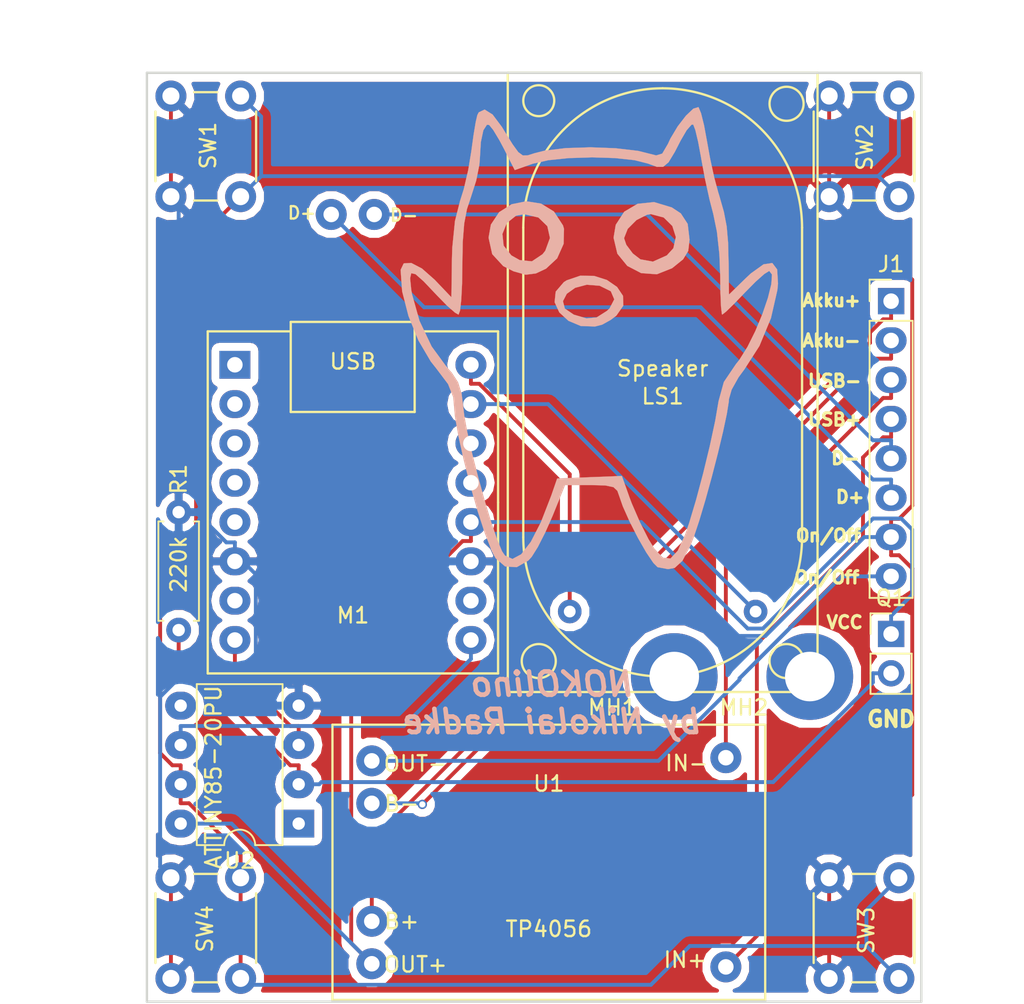
<source format=kicad_pcb>
(kicad_pcb (version 4) (host pcbnew 4.0.7-e2-6376~61~ubuntu18.04.1)

  (general
    (links 36)
    (no_connects 0)
    (area 123.500001 83.3 189.926191 147.725001)
    (thickness 1.6)
    (drawings 17)
    (tracks 142)
    (zones 0)
    (modules 14)
    (nets 27)
  )

  (page A4)
  (layers
    (0 F.Cu signal)
    (31 B.Cu signal)
    (32 B.Adhes user)
    (33 F.Adhes user)
    (34 B.Paste user)
    (35 F.Paste user)
    (36 B.SilkS user hide)
    (37 F.SilkS user)
    (38 B.Mask user)
    (39 F.Mask user)
    (40 Dwgs.User user)
    (41 Cmts.User user)
    (42 Eco1.User user)
    (43 Eco2.User user)
    (44 Edge.Cuts user)
    (45 Margin user)
    (46 B.CrtYd user)
    (47 F.CrtYd user)
    (48 B.Fab user)
    (49 F.Fab user)
  )

  (setup
    (last_trace_width 0.25)
    (trace_clearance 0.2)
    (zone_clearance 0.508)
    (zone_45_only no)
    (trace_min 0.2)
    (segment_width 0.2)
    (edge_width 0.15)
    (via_size 0.6)
    (via_drill 0.4)
    (via_min_size 0.4)
    (via_min_drill 0.3)
    (uvia_size 0.3)
    (uvia_drill 0.1)
    (uvias_allowed no)
    (uvia_min_size 0.2)
    (uvia_min_drill 0.1)
    (pcb_text_width 0.3)
    (pcb_text_size 1.5 1.5)
    (mod_edge_width 0.15)
    (mod_text_size 1 1)
    (mod_text_width 0.15)
    (pad_size 2 1.7)
    (pad_drill 1)
    (pad_to_mask_clearance 0.2)
    (aux_axis_origin 0 0)
    (visible_elements FFFFF77F)
    (pcbplotparams
      (layerselection 0x010fc_80000001)
      (usegerberextensions false)
      (excludeedgelayer true)
      (linewidth 0.100000)
      (plotframeref false)
      (viasonmask false)
      (mode 1)
      (useauxorigin false)
      (hpglpennumber 1)
      (hpglpenspeed 20)
      (hpglpendiameter 15)
      (hpglpenoverlay 2)
      (psnegative false)
      (psa4output false)
      (plotreference true)
      (plotvalue true)
      (plotinvisibletext false)
      (padsonsilk false)
      (subtractmaskfromsilk false)
      (outputformat 1)
      (mirror false)
      (drillshape 0)
      (scaleselection 1)
      (outputdirectory GERBERS/))
  )

  (net 0 "")
  (net 1 "Net-(LS1-Pad1)")
  (net 2 "Net-(LS1-Pad2)")
  (net 3 "Net-(SW1-Pad2)")
  (net 4 VCC)
  (net 5 "Net-(U2-Pad1)")
  (net 6 "Net-(U2-Pad5)")
  (net 7 "Net-(M1-Pad9)")
  (net 8 "Net-(M1-Pad8)")
  (net 9 "Net-(M1-Pad10)")
  (net 10 "Net-(M1-Pad13)")
  (net 11 "Net-(M1-Pad14)")
  (net 12 "Net-(M1-Pad7)")
  (net 13 "Net-(M1-Pad5)")
  (net 14 "Net-(M1-Pad4)")
  (net 15 "Net-(M1-Pad3)")
  (net 16 "Net-(M1-Pad2)")
  (net 17 "Net-(M1-Pad1)")
  (net 18 D-)
  (net 19 D+)
  (net 20 Akku+)
  (net 21 Akku-)
  (net 22 USB-)
  (net 23 USB+)
  (net 24 GND)
  (net 25 SW5)
  (net 26 "Net-(Q1-Pad2)")

  (net_class Default "This is the default net class."
    (clearance 0.2)
    (trace_width 0.25)
    (via_dia 0.6)
    (via_drill 0.4)
    (uvia_dia 0.3)
    (uvia_drill 0.1)
    (add_net Akku+)
    (add_net Akku-)
    (add_net D+)
    (add_net D-)
    (add_net GND)
    (add_net "Net-(LS1-Pad1)")
    (add_net "Net-(LS1-Pad2)")
    (add_net "Net-(M1-Pad1)")
    (add_net "Net-(M1-Pad10)")
    (add_net "Net-(M1-Pad13)")
    (add_net "Net-(M1-Pad14)")
    (add_net "Net-(M1-Pad2)")
    (add_net "Net-(M1-Pad3)")
    (add_net "Net-(M1-Pad4)")
    (add_net "Net-(M1-Pad5)")
    (add_net "Net-(M1-Pad7)")
    (add_net "Net-(M1-Pad8)")
    (add_net "Net-(M1-Pad9)")
    (add_net "Net-(Q1-Pad2)")
    (add_net "Net-(SW1-Pad2)")
    (add_net "Net-(U2-Pad1)")
    (add_net "Net-(U2-Pad5)")
    (add_net SW5)
    (add_net USB+)
    (add_net USB-)
    (add_net VCC)
  )

  (module NOKOlino:K20.40 (layer F.Cu) (tedit 5B8E90EE) (tstamp 5A6103B7)
    (at 166.5 107.5)
    (descr K20.40)
    (tags Lautsprecher)
    (path /5A5CE1F7)
    (fp_text reference LS1 (at 0 0.9) (layer F.SilkS)
      (effects (font (size 1 1) (thickness 0.15)))
    )
    (fp_text value Speaker (at 0 -0.9) (layer F.SilkS)
      (effects (font (size 1 1) (thickness 0.15)))
    )
    (fp_line (start 9 -10) (end 9 10) (layer F.SilkS) (width 0.15))
    (fp_line (start -9 -10) (end -9 10) (layer F.SilkS) (width 0.15))
    (fp_arc (start 0 10) (end 0 19) (angle 90) (layer F.SilkS) (width 0.15))
    (fp_arc (start 0 -10) (end -9 -10) (angle 90) (layer F.SilkS) (width 0.15))
    (fp_arc (start 0 -10) (end 0 -19) (angle 90) (layer F.SilkS) (width 0.15))
    (fp_arc (start 0 10) (end 9 10) (angle 90) (layer F.SilkS) (width 0.15))
    (fp_circle (center 8 18) (end 9.1 18) (layer F.SilkS) (width 0.15))
    (fp_circle (center -8 18) (end -6.9 18) (layer F.SilkS) (width 0.15))
    (fp_circle (center 8 -18) (end 9.1 -18) (layer F.SilkS) (width 0.15))
    (fp_circle (center -8 -18.2) (end -7 -18.2) (layer F.SilkS) (width 0.15))
    (fp_line (start 10 -20) (end -10 -20) (layer F.SilkS) (width 0.15))
    (fp_line (start -10 20) (end 10 20) (layer F.SilkS) (width 0.15))
    (fp_line (start -10 20) (end -10 -20) (layer F.SilkS) (width 0.15))
    (fp_line (start 10 20) (end 10 -20) (layer F.SilkS) (width 0.15))
    (pad 1 thru_hole circle (at -6 14.8) (size 1.524 1.524) (drill 0.762) (layers *.Cu *.Mask)
      (net 1 "Net-(LS1-Pad1)"))
    (pad 2 thru_hole circle (at 6 14.8) (size 1.524 1.524) (drill 0.762) (layers *.Cu *.Mask)
      (net 2 "Net-(LS1-Pad2)"))
  )

  (module Mounting_Holes:MountingHole_3.2mm_M3_DIN965_Pad (layer F.Cu) (tedit 5B8E8FF9) (tstamp 5B8E901D)
    (at 167.25 126.5)
    (descr "Mounting Hole 3.2mm, M3, DIN965")
    (tags "mounting hole 3.2mm m3 din965")
    (attr virtual)
    (fp_text reference MH1 (at -4 2) (layer F.SilkS)
      (effects (font (size 1 1) (thickness 0.15)))
    )
    (fp_text value MH1 (at -4 2) (layer F.Fab)
      (effects (font (size 1 1) (thickness 0.15)))
    )
    (fp_text user %R (at 0.3 0) (layer F.Fab)
      (effects (font (size 1 1) (thickness 0.15)))
    )
    (fp_circle (center 0 0) (end 2.8 0) (layer Cmts.User) (width 0.15))
    (fp_circle (center 0 0) (end 3.05 0) (layer F.CrtYd) (width 0.05))
    (pad 1 thru_hole circle (at 0 0) (size 5.6 5.6) (drill 3.2) (layers *.Cu *.Mask))
  )

  (module Mounting_Holes:MountingHole_3.2mm_M3_DIN965_Pad (layer F.Cu) (tedit 5B8E9000) (tstamp 5B8E8ECB)
    (at 176 126.5)
    (descr "Mounting Hole 3.2mm, M3, DIN965")
    (tags "mounting hole 3.2mm m3 din965")
    (attr virtual)
    (fp_text reference MH2 (at -4.25 2) (layer F.SilkS)
      (effects (font (size 1 1) (thickness 0.15)))
    )
    (fp_text value MH2 (at -4.25 2) (layer F.Fab)
      (effects (font (size 1 1) (thickness 0.15)))
    )
    (fp_text user %R (at 0.3 0) (layer F.Fab)
      (effects (font (size 1 1) (thickness 0.15)))
    )
    (fp_circle (center 0 0) (end 2.8 0) (layer Cmts.User) (width 0.15))
    (fp_circle (center 0 0) (end 3.05 0) (layer F.CrtYd) (width 0.05))
    (pad 1 thru_hole circle (at 0 0) (size 5.6 5.6) (drill 3.2) (layers *.Cu *.Mask))
  )

  (module NOKOlino:NOKOlino_logo (layer B.Cu) (tedit 0) (tstamp 5A6468BD)
    (at 161.75 104.25 180)
    (fp_text reference G*** (at 0 0 180) (layer B.SilkS) hide
      (effects (font (thickness 0.3)) (justify mirror))
    )
    (fp_text value LOGO (at 0.75 0 180) (layer B.SilkS) hide
      (effects (font (thickness 0.3)) (justify mirror))
    )
    (fp_poly (pts (xy -6.73186 14.436852) (xy -6.249074 13.976677) (xy -5.717834 13.287127) (xy -5.248515 12.501568)
      (xy -5.089436 12.158334) (xy -4.723347 11.532404) (xy -4.326186 11.412787) (xy -4.269827 11.431093)
      (xy -3.169203 11.707486) (xy -1.709045 11.87783) (xy -0.084807 11.938967) (xy 1.508059 11.887742)
      (xy 2.874098 11.720996) (xy 3.525017 11.556994) (xy 3.963446 11.417037) (xy 4.278706 11.413262)
      (xy 4.571805 11.627194) (xy 4.943753 12.140359) (xy 5.495559 13.034281) (xy 5.630623 13.256449)
      (xy 6.230801 14.056675) (xy 6.744368 14.377466) (xy 7.125876 14.197045) (xy 7.217698 14.01696)
      (xy 7.323643 13.559633) (xy 7.462493 12.722684) (xy 7.604017 11.688626) (xy 7.806952 10.459647)
      (xy 8.088691 9.247201) (xy 8.334137 8.466667) (xy 8.660553 7.177397) (xy 8.833922 5.454069)
      (xy 8.856183 4.72384) (xy 8.89 2.251013) (xy 9.969553 3.383284) (xy 10.79018 4.108425)
      (xy 11.483094 4.468398) (xy 11.969394 4.440302) (xy 12.168993 4.021667) (xy 12.071143 2.632951)
      (xy 11.663178 1.042584) (xy 11.020826 -0.539114) (xy 10.219817 -1.90182) (xy 9.883802 -2.325062)
      (xy 9.105879 -3.356909) (xy 8.770774 -4.2068) (xy 8.748888 -4.469856) (xy 8.66204 -5.435384)
      (xy 8.426038 -6.766815) (xy 8.077695 -8.326632) (xy 7.653823 -9.977319) (xy 7.191234 -11.581359)
      (xy 6.726743 -13.001235) (xy 6.29716 -14.099432) (xy 6.035747 -14.605) (xy 5.424822 -15.135911)
      (xy 4.673138 -15.184876) (xy 3.924345 -14.757505) (xy 3.703172 -14.513928) (xy 3.310576 -13.886787)
      (xy 2.825528 -12.934102) (xy 2.351602 -11.85964) (xy 2.342133 -11.836295) (xy 1.552222 -9.884733)
      (xy -0.096978 -9.881255) (xy -1.044602 -9.905554) (xy -1.572599 -10.014056) (xy -1.824478 -10.252546)
      (xy -1.897288 -10.455628) (xy -2.177578 -11.258118) (xy -2.622189 -12.253095) (xy -3.152123 -13.292669)
      (xy -3.688381 -14.228951) (xy -4.151965 -14.914052) (xy -4.423777 -15.185363) (xy -5.099524 -15.311452)
      (xy -5.526346 -15.233333) (xy -6.026189 -14.774223) (xy -6.548008 -13.781867) (xy -6.754702 -13.253411)
      (xy -7.112103 -12.182639) (xy -7.512712 -10.837943) (xy -7.923879 -9.347438) (xy -8.312952 -7.839238)
      (xy -8.647281 -6.441458) (xy -8.894215 -5.282213) (xy -9.021103 -4.489617) (xy -9.031112 -4.321278)
      (xy -9.205339 -3.71584) (xy -9.652226 -2.917088) (xy -10.030759 -2.402835) (xy -10.999621 -0.893635)
      (xy -11.74325 0.902269) (xy -12.158134 2.720416) (xy -12.197415 3.132652) (xy -12.162504 3.719623)
      (xy -11.808507 3.719623) (xy -11.76594 3.101367) (xy -11.545375 2.210653) (xy -11.187733 1.161794)
      (xy -10.733934 0.069101) (xy -10.224899 -0.953115) (xy -9.701548 -1.790541) (xy -9.475787 -2.072696)
      (xy -8.699099 -3.223702) (xy -8.359741 -4.45722) (xy -8.140494 -5.736448) (xy -7.792263 -7.357621)
      (xy -7.363532 -9.126865) (xy -6.902789 -10.850304) (xy -6.458516 -12.334064) (xy -6.208216 -13.06035)
      (xy -5.72565 -14.120168) (xy -5.255824 -14.622569) (xy -4.761331 -14.572346) (xy -4.204764 -13.974295)
      (xy -3.831333 -13.365007) (xy -3.276517 -12.265183) (xy -2.756267 -11.065367) (xy -2.608304 -10.673285)
      (xy -2.117755 -9.292111) (xy -0.028067 -9.373278) (xy 2.061621 -9.454444) (xy 2.441629 -10.554606)
      (xy 3.11126 -12.278194) (xy 3.765513 -13.551252) (xy 4.383849 -14.350487) (xy 4.945728 -14.65261)
      (xy 5.430611 -14.434328) (xy 5.619324 -14.158048) (xy 5.932121 -13.417267) (xy 6.321862 -12.266718)
      (xy 6.749639 -10.849058) (xy 7.176541 -9.306947) (xy 7.563658 -7.783041) (xy 7.872079 -6.419999)
      (xy 8.062894 -5.36048) (xy 8.095376 -5.08) (xy 8.229334 -3.991149) (xy 8.456158 -3.246426)
      (xy 8.861316 -2.625559) (xy 9.190466 -2.257778) (xy 10.164508 -0.927188) (xy 10.949505 0.727084)
      (xy 11.438388 2.470263) (xy 11.487056 2.778123) (xy 11.555443 3.479406) (xy 11.481257 3.805859)
      (xy 11.209043 3.743862) (xy 10.683344 3.279791) (xy 9.848704 2.400024) (xy 9.819663 2.368531)
      (xy 9.171671 1.707041) (xy 8.657917 1.257299) (xy 8.430722 1.128889) (xy 8.331607 1.392052)
      (xy 8.251557 2.105483) (xy 8.199651 3.155091) (xy 8.184444 4.222885) (xy 8.157702 5.817204)
      (xy 8.064379 7.006581) (xy 7.884827 7.948561) (xy 7.62 8.748889) (xy 7.288424 9.788451)
      (xy 7.083434 10.81247) (xy 7.051701 11.228781) (xy 6.988421 12.278466) (xy 6.826875 13.035539)
      (xy 6.596702 13.393263) (xy 6.453658 13.382409) (xy 6.191627 13.058427) (xy 5.791665 12.394851)
      (xy 5.499315 11.845404) (xy 4.800474 10.466309) (xy 3.634754 10.877599) (xy 2.634309 11.105055)
      (xy 1.297991 11.242023) (xy -0.194777 11.288277) (xy -1.664574 11.24359) (xy -2.931978 11.107736)
      (xy -3.80228 10.88697) (xy -4.378429 10.675215) (xy -4.784135 10.67694) (xy -5.132029 10.971556)
      (xy -5.534744 11.638475) (xy -5.912202 12.374571) (xy -6.301884 13.043527) (xy -6.614825 13.398266)
      (xy -6.722466 13.410016) (xy -6.858909 13.054797) (xy -7.038902 12.297921) (xy -7.225596 11.296421)
      (xy -7.24215 11.195445) (xy -7.482755 9.895326) (xy -7.777829 8.555392) (xy -8.018261 7.629051)
      (xy -8.253121 6.484047) (xy -8.412011 5.031881) (xy -8.466667 3.607385) (xy -8.480334 2.503685)
      (xy -8.516882 1.652896) (xy -8.569636 1.182505) (xy -8.596469 1.128889) (xy -8.83945 1.319262)
      (xy -9.353435 1.818992) (xy -10.028411 2.520995) (xy -10.0462 2.54) (xy -10.745626 3.248982)
      (xy -11.314618 3.755618) (xy -11.630882 3.951096) (xy -11.632155 3.951111) (xy -11.808507 3.719623)
      (xy -12.162504 3.719623) (xy -12.142919 4.048888) (xy -11.830149 4.464353) (xy -11.262366 4.378473)
      (xy -10.442833 3.790673) (xy -10.128708 3.497222) (xy -9.031112 2.425447) (xy -9.01014 4.387724)
      (xy -8.975515 5.774249) (xy -8.884478 6.824922) (xy -8.704007 7.76785) (xy -8.401081 8.831141)
      (xy -8.337949 9.031111) (xy -8.082418 9.982587) (xy -7.814356 11.213025) (xy -7.610234 12.346306)
      (xy -7.42337 13.360192) (xy -7.230714 14.135834) (xy -7.070694 14.521584) (xy -7.055814 14.534285)
      (xy -6.73186 14.436852)) (layer B.SilkS) (width 0.01))
    (fp_poly (pts (xy 1.445099 3.347075) (xy 1.630537 3.229552) (xy 2.156819 2.615607) (xy 2.226477 1.932023)
      (xy 1.923385 1.271816) (xy 1.33142 0.728001) (xy 0.534458 0.393593) (xy -0.383625 0.361606)
      (xy -0.846667 0.482441) (xy -1.400363 0.791068) (xy -1.763889 1.068345) (xy -2.208844 1.706521)
      (xy -2.196805 2.11783) (xy -1.624325 2.11783) (xy -1.317684 1.524441) (xy -1.144687 1.367153)
      (xy -0.484965 0.948369) (xy 0.163519 0.886486) (xy 0.988974 1.129344) (xy 1.564798 1.519843)
      (xy 1.687463 1.999606) (xy 1.438575 2.477278) (xy 0.899742 2.861503) (xy 0.152568 3.060925)
      (xy -0.678008 2.995466) (xy -1.402191 2.639253) (xy -1.624325 2.11783) (xy -2.196805 2.11783)
      (xy -2.190186 2.343936) (xy -1.805406 2.918519) (xy -1.151996 3.368196) (xy -0.327448 3.630896)
      (xy 0.570748 3.644546) (xy 1.445099 3.347075)) (layer B.SilkS) (width 0.01))
    (fp_poly (pts (xy -3.133097 8.289381) (xy -2.269864 7.779738) (xy -1.719435 6.930812) (xy -1.580445 6.09808)
      (xy -1.825336 5.06366) (xy -2.466395 4.276456) (xy -3.363203 3.809576) (xy -4.375338 3.736129)
      (xy -5.362223 4.129115) (xy -6.071048 4.702767) (xy -6.402237 5.246657) (xy -6.48679 5.97414)
      (xy -6.466765 6.142321) (xy -5.600565 6.142321) (xy -5.440315 5.417634) (xy -5.017204 4.954892)
      (xy -4.120112 4.554228) (xy -3.313274 4.701479) (xy -2.822223 5.08) (xy -2.403603 5.63874)
      (xy -2.257778 6.067778) (xy -2.493676 6.668857) (xy -3.060214 7.237538) (xy -3.745662 7.585119)
      (xy -3.999445 7.62) (xy -4.819322 7.402736) (xy -5.373298 6.857099) (xy -5.600565 6.142321)
      (xy -6.466765 6.142321) (xy -6.365594 6.991973) (xy -5.921819 7.671116) (xy -5.342038 8.053771)
      (xy -4.19515 8.40048) (xy -3.133097 8.289381)) (layer B.SilkS) (width 0.01))
    (fp_poly (pts (xy 5.001251 8.261013) (xy 5.806213 7.751088) (xy 6.34254 6.943665) (xy 6.491111 6.100765)
      (xy 6.255692 5.036641) (xy 5.540577 4.261218) (xy 4.876721 3.927475) (xy 4.091525 3.707308)
      (xy 3.435403 3.790167) (xy 2.7816 4.096851) (xy 2.061579 4.764584) (xy 1.644383 5.700056)
      (xy 1.634857 6.081603) (xy 2.527414 6.081603) (xy 2.829645 5.255257) (xy 3.007074 5.031667)
      (xy 3.693339 4.572699) (xy 4.474239 4.649395) (xy 5.017203 4.954892) (xy 5.516593 5.585117)
      (xy 5.597507 6.339987) (xy 5.314427 7.042984) (xy 4.721834 7.517592) (xy 4.19462 7.62)
      (xy 3.273593 7.402794) (xy 2.696627 6.843722) (xy 2.527414 6.081603) (xy 1.634857 6.081603)
      (xy 1.620091 6.672973) (xy 1.686519 6.896524) (xy 2.270287 7.791196) (xy 3.103714 8.302527)
      (xy 4.057226 8.451979) (xy 5.001251 8.261013)) (layer B.SilkS) (width 0.01))
  )

  (module Pin_Headers:Pin_Header_Straight_1x08_Pitch2.54mm (layer F.Cu) (tedit 5B8E8E77) (tstamp 5AE8A2F2)
    (at 181.25 102.25)
    (descr "Through hole straight pin header, 1x08, 2.54mm pitch, single row")
    (tags "Through hole pin header THT 1x08 2.54mm single row")
    (path /5AE8A061)
    (fp_text reference J1 (at 0 -2.39) (layer F.SilkS)
      (effects (font (size 1 1) (thickness 0.15)))
    )
    (fp_text value CONN_01X08 (at 3.25 6.75 90) (layer F.Fab)
      (effects (font (size 1 1) (thickness 0.15)))
    )
    (fp_line (start -1.27 -1.27) (end -1.27 19.05) (layer F.Fab) (width 0.1))
    (fp_line (start -1.27 19.05) (end 1.27 19.05) (layer F.Fab) (width 0.1))
    (fp_line (start 1.27 19.05) (end 1.27 -1.27) (layer F.Fab) (width 0.1))
    (fp_line (start 1.27 -1.27) (end -1.27 -1.27) (layer F.Fab) (width 0.1))
    (fp_line (start -1.39 1.27) (end -1.39 19.17) (layer F.SilkS) (width 0.12))
    (fp_line (start -1.39 19.17) (end 1.39 19.17) (layer F.SilkS) (width 0.12))
    (fp_line (start 1.39 19.17) (end 1.39 1.27) (layer F.SilkS) (width 0.12))
    (fp_line (start 1.39 1.27) (end -1.39 1.27) (layer F.SilkS) (width 0.12))
    (fp_line (start -1.39 0) (end -1.39 -1.39) (layer F.SilkS) (width 0.12))
    (fp_line (start -1.39 -1.39) (end 0 -1.39) (layer F.SilkS) (width 0.12))
    (fp_line (start -1.6 -1.6) (end -1.6 19.3) (layer F.CrtYd) (width 0.05))
    (fp_line (start -1.6 19.3) (end 1.6 19.3) (layer F.CrtYd) (width 0.05))
    (fp_line (start 1.6 19.3) (end 1.6 -1.6) (layer F.CrtYd) (width 0.05))
    (fp_line (start 1.6 -1.6) (end -1.6 -1.6) (layer F.CrtYd) (width 0.05))
    (pad 1 thru_hole rect (at 0 0) (size 1.7 1.7) (drill 1) (layers *.Cu *.Mask)
      (net 20 Akku+))
    (pad 2 thru_hole oval (at 0 2.54) (size 2 1.7) (drill 1) (layers *.Cu *.Mask)
      (net 21 Akku-))
    (pad 3 thru_hole oval (at 0 5.08) (size 2 1.7) (drill 1) (layers *.Cu *.Mask)
      (net 22 USB-))
    (pad 4 thru_hole oval (at 0 7.62) (size 2 1.7) (drill 1) (layers *.Cu *.Mask)
      (net 23 USB+))
    (pad 5 thru_hole oval (at 0 10.16) (size 2 1.7) (drill 1) (layers *.Cu *.Mask)
      (net 18 D-))
    (pad 6 thru_hole oval (at 0 12.7) (size 2 1.7) (drill 1) (layers *.Cu *.Mask)
      (net 19 D+))
    (pad 7 thru_hole oval (at 0 15.24) (size 2 1.7) (drill 1) (layers *.Cu *.Mask)
      (net 24 GND))
    (pad 8 thru_hole oval (at 0 17.78) (size 2 1.7) (drill 1) (layers *.Cu *.Mask)
      (net 25 SW5))
  )

  (module Buttons_Switches_THT:SW_PUSH_6mm_h13mm (layer F.Cu) (tedit 5AE8AAB9) (tstamp 5AE8A9D6)
    (at 134.75 95.5 90)
    (descr "tactile push button, 6x6mm e.g. PHAP33xx series, height=13mm")
    (tags "tact sw push 6mm")
    (path /5A5C9A74)
    (fp_text reference SW1 (at 3.3 2.4 90) (layer F.SilkS)
      (effects (font (size 1 1) (thickness 0.15)))
    )
    (fp_text value SW1 (at 3.3 2.4 90) (layer F.Fab)
      (effects (font (size 1 1) (thickness 0.15)))
    )
    (fp_line (start 3.25 -0.75) (end 6.25 -0.75) (layer F.Fab) (width 0.1))
    (fp_line (start 6.25 -0.75) (end 6.25 5.25) (layer F.Fab) (width 0.1))
    (fp_line (start 6.25 5.25) (end 0.25 5.25) (layer F.Fab) (width 0.1))
    (fp_line (start 0.25 5.25) (end 0.25 -0.75) (layer F.Fab) (width 0.1))
    (fp_line (start 0.25 -0.75) (end 3.25 -0.75) (layer F.Fab) (width 0.1))
    (fp_line (start 7.75 6) (end 8 6) (layer F.CrtYd) (width 0.05))
    (fp_line (start 8 6) (end 8 5.75) (layer F.CrtYd) (width 0.05))
    (fp_line (start 7.75 -1.5) (end 8 -1.5) (layer F.CrtYd) (width 0.05))
    (fp_line (start 8 -1.5) (end 8 -1.25) (layer F.CrtYd) (width 0.05))
    (fp_line (start -1.5 -1.25) (end -1.5 -1.5) (layer F.CrtYd) (width 0.05))
    (fp_line (start -1.5 -1.5) (end -1.25 -1.5) (layer F.CrtYd) (width 0.05))
    (fp_line (start -1.5 5.75) (end -1.5 6) (layer F.CrtYd) (width 0.05))
    (fp_line (start -1.5 6) (end -1.25 6) (layer F.CrtYd) (width 0.05))
    (fp_line (start -1.25 -1.5) (end 7.75 -1.5) (layer F.CrtYd) (width 0.05))
    (fp_line (start -1.5 5.75) (end -1.5 -1.25) (layer F.CrtYd) (width 0.05))
    (fp_line (start 7.75 6) (end -1.25 6) (layer F.CrtYd) (width 0.05))
    (fp_line (start 8 -1.25) (end 8 5.75) (layer F.CrtYd) (width 0.05))
    (fp_line (start 1 5.5) (end 5.5 5.5) (layer F.SilkS) (width 0.15))
    (fp_line (start -0.25 1.5) (end -0.25 3) (layer F.SilkS) (width 0.15))
    (fp_line (start 5.5 -1) (end 1 -1) (layer F.SilkS) (width 0.15))
    (fp_line (start 6.75 3) (end 6.75 1.5) (layer F.SilkS) (width 0.15))
    (fp_circle (center 3.25 2.25) (end 1.25 2.5) (layer F.Fab) (width 0.1))
    (pad 2 thru_hole circle (at 0 4.5 180) (size 2 2) (drill 1.1) (layers *.Cu *.Mask)
      (net 3 "Net-(SW1-Pad2)"))
    (pad 1 thru_hole circle (at 0 0 180) (size 2 2) (drill 1.1) (layers *.Cu *.Mask)
      (net 24 GND))
    (pad 2 thru_hole circle (at 6.5 4.5 180) (size 2 2) (drill 1.1) (layers *.Cu *.Mask)
      (net 3 "Net-(SW1-Pad2)"))
    (pad 1 thru_hole circle (at 6.5 0 180) (size 2 2) (drill 1.1) (layers *.Cu *.Mask)
      (net 24 GND))
    (model Buttons_Switches_THT.3dshapes/SW_PUSH_6mm_h13mm.wrl
      (at (xyz 0.005 0 0))
      (scale (xyz 0.3937 0.3937 0.3937))
      (rotate (xyz 0 0 0))
    )
  )

  (module Buttons_Switches_THT:SW_PUSH_6mm_h13mm (layer F.Cu) (tedit 5AE8AAAB) (tstamp 5AE8AA6D)
    (at 177.25 95.5 90)
    (descr "tactile push button, 6x6mm e.g. PHAP33xx series, height=13mm")
    (tags "tact sw push 6mm")
    (path /5A5C9B65)
    (fp_text reference SW2 (at 3.2 2.3 90) (layer F.SilkS)
      (effects (font (size 1 1) (thickness 0.15)))
    )
    (fp_text value SW2 (at 3.2 2.3 90) (layer F.Fab)
      (effects (font (size 1 1) (thickness 0.15)))
    )
    (fp_line (start 3.25 -0.75) (end 6.25 -0.75) (layer F.Fab) (width 0.1))
    (fp_line (start 6.25 -0.75) (end 6.25 5.25) (layer F.Fab) (width 0.1))
    (fp_line (start 6.25 5.25) (end 0.25 5.25) (layer F.Fab) (width 0.1))
    (fp_line (start 0.25 5.25) (end 0.25 -0.75) (layer F.Fab) (width 0.1))
    (fp_line (start 0.25 -0.75) (end 3.25 -0.75) (layer F.Fab) (width 0.1))
    (fp_line (start 7.75 6) (end 8 6) (layer F.CrtYd) (width 0.05))
    (fp_line (start 8 6) (end 8 5.75) (layer F.CrtYd) (width 0.05))
    (fp_line (start 7.75 -1.5) (end 8 -1.5) (layer F.CrtYd) (width 0.05))
    (fp_line (start 8 -1.5) (end 8 -1.25) (layer F.CrtYd) (width 0.05))
    (fp_line (start -1.5 -1.25) (end -1.5 -1.5) (layer F.CrtYd) (width 0.05))
    (fp_line (start -1.5 -1.5) (end -1.25 -1.5) (layer F.CrtYd) (width 0.05))
    (fp_line (start -1.5 5.75) (end -1.5 6) (layer F.CrtYd) (width 0.05))
    (fp_line (start -1.5 6) (end -1.25 6) (layer F.CrtYd) (width 0.05))
    (fp_line (start -1.25 -1.5) (end 7.75 -1.5) (layer F.CrtYd) (width 0.05))
    (fp_line (start -1.5 5.75) (end -1.5 -1.25) (layer F.CrtYd) (width 0.05))
    (fp_line (start 7.75 6) (end -1.25 6) (layer F.CrtYd) (width 0.05))
    (fp_line (start 8 -1.25) (end 8 5.75) (layer F.CrtYd) (width 0.05))
    (fp_line (start 1 5.5) (end 5.5 5.5) (layer F.SilkS) (width 0.15))
    (fp_line (start -0.25 1.5) (end -0.25 3) (layer F.SilkS) (width 0.15))
    (fp_line (start 5.5 -1) (end 1 -1) (layer F.SilkS) (width 0.15))
    (fp_line (start 6.75 3) (end 6.75 1.5) (layer F.SilkS) (width 0.15))
    (fp_circle (center 3.25 2.25) (end 1.25 2.5) (layer F.Fab) (width 0.1))
    (pad 2 thru_hole circle (at 0 4.5 180) (size 2 2) (drill 1.1) (layers *.Cu *.Mask)
      (net 3 "Net-(SW1-Pad2)"))
    (pad 1 thru_hole circle (at 0 0 180) (size 2 2) (drill 1.1) (layers *.Cu *.Mask)
      (net 24 GND))
    (pad 2 thru_hole circle (at 6.5 4.5 180) (size 2 2) (drill 1.1) (layers *.Cu *.Mask)
      (net 3 "Net-(SW1-Pad2)"))
    (pad 1 thru_hole circle (at 6.5 0 180) (size 2 2) (drill 1.1) (layers *.Cu *.Mask)
      (net 24 GND))
    (model Buttons_Switches_THT.3dshapes/SW_PUSH_6mm_h13mm.wrl
      (at (xyz 0.005 0 0))
      (scale (xyz 0.3937 0.3937 0.3937))
      (rotate (xyz 0 0 0))
    )
  )

  (module Buttons_Switches_THT:SW_PUSH_6mm_h13mm (layer F.Cu) (tedit 5AE8AA9C) (tstamp 5AE8AA75)
    (at 177.25 146 90)
    (descr "tactile push button, 6x6mm e.g. PHAP33xx series, height=13mm")
    (tags "tact sw push 6mm")
    (path /5A5C9BA0)
    (fp_text reference SW3 (at 3.1 2.4 90) (layer F.SilkS)
      (effects (font (size 1 1) (thickness 0.15)))
    )
    (fp_text value SW3 (at 3.1 2.4 90) (layer F.Fab)
      (effects (font (size 1 1) (thickness 0.15)))
    )
    (fp_line (start 3.25 -0.75) (end 6.25 -0.75) (layer F.Fab) (width 0.1))
    (fp_line (start 6.25 -0.75) (end 6.25 5.25) (layer F.Fab) (width 0.1))
    (fp_line (start 6.25 5.25) (end 0.25 5.25) (layer F.Fab) (width 0.1))
    (fp_line (start 0.25 5.25) (end 0.25 -0.75) (layer F.Fab) (width 0.1))
    (fp_line (start 0.25 -0.75) (end 3.25 -0.75) (layer F.Fab) (width 0.1))
    (fp_line (start 7.75 6) (end 8 6) (layer F.CrtYd) (width 0.05))
    (fp_line (start 8 6) (end 8 5.75) (layer F.CrtYd) (width 0.05))
    (fp_line (start 7.75 -1.5) (end 8 -1.5) (layer F.CrtYd) (width 0.05))
    (fp_line (start 8 -1.5) (end 8 -1.25) (layer F.CrtYd) (width 0.05))
    (fp_line (start -1.5 -1.25) (end -1.5 -1.5) (layer F.CrtYd) (width 0.05))
    (fp_line (start -1.5 -1.5) (end -1.25 -1.5) (layer F.CrtYd) (width 0.05))
    (fp_line (start -1.5 5.75) (end -1.5 6) (layer F.CrtYd) (width 0.05))
    (fp_line (start -1.5 6) (end -1.25 6) (layer F.CrtYd) (width 0.05))
    (fp_line (start -1.25 -1.5) (end 7.75 -1.5) (layer F.CrtYd) (width 0.05))
    (fp_line (start -1.5 5.75) (end -1.5 -1.25) (layer F.CrtYd) (width 0.05))
    (fp_line (start 7.75 6) (end -1.25 6) (layer F.CrtYd) (width 0.05))
    (fp_line (start 8 -1.25) (end 8 5.75) (layer F.CrtYd) (width 0.05))
    (fp_line (start 1 5.5) (end 5.5 5.5) (layer F.SilkS) (width 0.15))
    (fp_line (start -0.25 1.5) (end -0.25 3) (layer F.SilkS) (width 0.15))
    (fp_line (start 5.5 -1) (end 1 -1) (layer F.SilkS) (width 0.15))
    (fp_line (start 6.75 3) (end 6.75 1.5) (layer F.SilkS) (width 0.15))
    (fp_circle (center 3.25 2.25) (end 1.25 2.5) (layer F.Fab) (width 0.1))
    (pad 2 thru_hole circle (at 0 4.5 180) (size 2 2) (drill 1.1) (layers *.Cu *.Mask)
      (net 3 "Net-(SW1-Pad2)"))
    (pad 1 thru_hole circle (at 0 0 180) (size 2 2) (drill 1.1) (layers *.Cu *.Mask)
      (net 24 GND))
    (pad 2 thru_hole circle (at 6.5 4.5 180) (size 2 2) (drill 1.1) (layers *.Cu *.Mask)
      (net 3 "Net-(SW1-Pad2)"))
    (pad 1 thru_hole circle (at 6.5 0 180) (size 2 2) (drill 1.1) (layers *.Cu *.Mask)
      (net 24 GND))
    (model Buttons_Switches_THT.3dshapes/SW_PUSH_6mm_h13mm.wrl
      (at (xyz 0.005 0 0))
      (scale (xyz 0.3937 0.3937 0.3937))
      (rotate (xyz 0 0 0))
    )
  )

  (module Buttons_Switches_THT:SW_PUSH_6mm_h13mm (layer F.Cu) (tedit 5AE8AA90) (tstamp 5AE8AA7D)
    (at 134.75 146 90)
    (descr "tactile push button, 6x6mm e.g. PHAP33xx series, height=13mm")
    (tags "tact sw push 6mm")
    (path /5A5C9BD0)
    (fp_text reference SW4 (at 3.2 2.2 90) (layer F.SilkS)
      (effects (font (size 1 1) (thickness 0.15)))
    )
    (fp_text value SW4 (at 3.2 2.2 90) (layer F.Fab)
      (effects (font (size 1 1) (thickness 0.15)))
    )
    (fp_line (start 3.25 -0.75) (end 6.25 -0.75) (layer F.Fab) (width 0.1))
    (fp_line (start 6.25 -0.75) (end 6.25 5.25) (layer F.Fab) (width 0.1))
    (fp_line (start 6.25 5.25) (end 0.25 5.25) (layer F.Fab) (width 0.1))
    (fp_line (start 0.25 5.25) (end 0.25 -0.75) (layer F.Fab) (width 0.1))
    (fp_line (start 0.25 -0.75) (end 3.25 -0.75) (layer F.Fab) (width 0.1))
    (fp_line (start 7.75 6) (end 8 6) (layer F.CrtYd) (width 0.05))
    (fp_line (start 8 6) (end 8 5.75) (layer F.CrtYd) (width 0.05))
    (fp_line (start 7.75 -1.5) (end 8 -1.5) (layer F.CrtYd) (width 0.05))
    (fp_line (start 8 -1.5) (end 8 -1.25) (layer F.CrtYd) (width 0.05))
    (fp_line (start -1.5 -1.25) (end -1.5 -1.5) (layer F.CrtYd) (width 0.05))
    (fp_line (start -1.5 -1.5) (end -1.25 -1.5) (layer F.CrtYd) (width 0.05))
    (fp_line (start -1.5 5.75) (end -1.5 6) (layer F.CrtYd) (width 0.05))
    (fp_line (start -1.5 6) (end -1.25 6) (layer F.CrtYd) (width 0.05))
    (fp_line (start -1.25 -1.5) (end 7.75 -1.5) (layer F.CrtYd) (width 0.05))
    (fp_line (start -1.5 5.75) (end -1.5 -1.25) (layer F.CrtYd) (width 0.05))
    (fp_line (start 7.75 6) (end -1.25 6) (layer F.CrtYd) (width 0.05))
    (fp_line (start 8 -1.25) (end 8 5.75) (layer F.CrtYd) (width 0.05))
    (fp_line (start 1 5.5) (end 5.5 5.5) (layer F.SilkS) (width 0.15))
    (fp_line (start -0.25 1.5) (end -0.25 3) (layer F.SilkS) (width 0.15))
    (fp_line (start 5.5 -1) (end 1 -1) (layer F.SilkS) (width 0.15))
    (fp_line (start 6.75 3) (end 6.75 1.5) (layer F.SilkS) (width 0.15))
    (fp_circle (center 3.25 2.25) (end 1.25 2.5) (layer F.Fab) (width 0.1))
    (pad 2 thru_hole circle (at 0 4.5 180) (size 2 2) (drill 1.1) (layers *.Cu *.Mask)
      (net 3 "Net-(SW1-Pad2)"))
    (pad 1 thru_hole circle (at 0 0 180) (size 2 2) (drill 1.1) (layers *.Cu *.Mask)
      (net 24 GND))
    (pad 2 thru_hole circle (at 6.5 4.5 180) (size 2 2) (drill 1.1) (layers *.Cu *.Mask)
      (net 3 "Net-(SW1-Pad2)"))
    (pad 1 thru_hole circle (at 6.5 0 180) (size 2 2) (drill 1.1) (layers *.Cu *.Mask)
      (net 24 GND))
    (model Buttons_Switches_THT.3dshapes/SW_PUSH_6mm_h13mm.wrl
      (at (xyz 0.005 0 0))
      (scale (xyz 0.3937 0.3937 0.3937))
      (rotate (xyz 0 0 0))
    )
  )

  (module NOKOlino:TP4056-Protect (layer F.Cu) (tedit 5B8E90CC) (tstamp 5A5CDC9D)
    (at 159.15 138.5 180)
    (path /5A5CC850)
    (fp_text reference U1 (at 0 5.08 180) (layer F.SilkS)
      (effects (font (size 1 1) (thickness 0.15)))
    )
    (fp_text value TP4056 (at 0 -4.31 180) (layer F.SilkS)
      (effects (font (size 1 1) (thickness 0.15)))
    )
    (fp_text user OUT- (at 8.6106 6.3754 180) (layer F.SilkS)
      (effects (font (size 1 1) (thickness 0.15)))
    )
    (fp_text user B- (at 9.5 3.8 180) (layer F.SilkS)
      (effects (font (size 1 1) (thickness 0.15)))
    )
    (fp_text user B+ (at 9.5 -3.8 180) (layer F.SilkS)
      (effects (font (size 1 1) (thickness 0.15)))
    )
    (fp_text user OUT+ (at 8.6106 -6.604 180) (layer F.SilkS)
      (effects (font (size 1 1) (thickness 0.15)))
    )
    (fp_text user IN- (at -8.9 6.4 180) (layer F.SilkS)
      (effects (font (size 1 1) (thickness 0.15)))
    )
    (fp_text user IN+ (at -8.8 -6.3 180) (layer F.SilkS)
      (effects (font (size 1 1) (thickness 0.15)))
    )
    (fp_line (start -13.97 -8.89) (end -13.97 8.89) (layer F.SilkS) (width 0.15))
    (fp_line (start 13.97 -8.89) (end 13.97 8.89) (layer F.SilkS) (width 0.15))
    (fp_line (start -13.97 -8.89) (end 13.97 -8.89) (layer F.SilkS) (width 0.15))
    (fp_line (start 13.97 8.89) (end -13.97 8.89) (layer F.SilkS) (width 0.15))
    (pad 4 thru_hole circle (at 11.43 -3.81 180) (size 2 2) (drill 1) (layers *.Cu *.Mask)
      (net 20 Akku+))
    (pad 5 thru_hole circle (at 11.43 3.81 180) (size 2 2) (drill 1) (layers *.Cu *.Mask)
      (net 21 Akku-))
    (pad 6 thru_hole circle (at 11.43 6.5532 180) (size 2 2) (drill 1) (layers *.Cu *.Mask)
      (net 25 SW5))
    (pad 3 thru_hole circle (at 11.43 -6.5532 180) (size 2 2) (drill 1) (layers *.Cu *.Mask)
      (net 4 VCC))
    (pad 2 thru_hole circle (at -11.43 6.7564 180) (size 2 2) (drill 1) (layers *.Cu *.Mask)
      (net 22 USB-))
    (pad 1 thru_hole circle (at -11.43 -6.7564 180) (size 2 2) (drill 1) (layers *.Cu *.Mask)
      (net 23 USB+))
  )

  (module NOKOlino:ATTINY85-20PU (layer F.Cu) (tedit 5B8E90E2) (tstamp 5A5CDCA9)
    (at 143 136 180)
    (descr "8-lead dip package, row spacing 7.62 mm (300 mils)")
    (tags "DIL DIP PDIP 2.54mm 7.62mm 300mil")
    (path /5A5C9C69)
    (fp_text reference U2 (at 3.81 -2.39 180) (layer F.SilkS)
      (effects (font (size 1 1) (thickness 0.15)))
    )
    (fp_text value ATTINY85-20PU (at 5.5 3 270) (layer F.SilkS)
      (effects (font (size 1 1) (thickness 0.15)))
    )
    (fp_arc (start 3.81 -1.39) (end 2.81 -1.39) (angle -180) (layer F.SilkS) (width 0.12))
    (fp_line (start 1.635 -1.27) (end 6.985 -1.27) (layer F.Fab) (width 0.1))
    (fp_line (start 6.985 -1.27) (end 6.985 8.89) (layer F.Fab) (width 0.1))
    (fp_line (start 6.985 8.89) (end 0.635 8.89) (layer F.Fab) (width 0.1))
    (fp_line (start 0.635 8.89) (end 0.635 -0.27) (layer F.Fab) (width 0.1))
    (fp_line (start 0.635 -0.27) (end 1.635 -1.27) (layer F.Fab) (width 0.1))
    (fp_line (start 2.81 -1.39) (end 1.04 -1.39) (layer F.SilkS) (width 0.12))
    (fp_line (start 1.04 -1.39) (end 1.04 9.01) (layer F.SilkS) (width 0.12))
    (fp_line (start 1.04 9.01) (end 6.58 9.01) (layer F.SilkS) (width 0.12))
    (fp_line (start 6.58 9.01) (end 6.58 -1.39) (layer F.SilkS) (width 0.12))
    (fp_line (start 6.58 -1.39) (end 4.81 -1.39) (layer F.SilkS) (width 0.12))
    (fp_line (start -1.1 -1.6) (end -1.1 9.2) (layer F.CrtYd) (width 0.05))
    (fp_line (start -1.1 9.2) (end 8.7 9.2) (layer F.CrtYd) (width 0.05))
    (fp_line (start 8.7 9.2) (end 8.7 -1.6) (layer F.CrtYd) (width 0.05))
    (fp_line (start 8.7 -1.6) (end -1.1 -1.6) (layer F.CrtYd) (width 0.05))
    (pad 1 thru_hole rect (at 0 0 180) (size 2 1.8) (drill 0.8) (layers *.Cu *.Mask)
      (net 5 "Net-(U2-Pad1)"))
    (pad 5 thru_hole oval (at 7.62 7.62 180) (size 2 1.8) (drill 0.8) (layers *.Cu *.Mask)
      (net 6 "Net-(U2-Pad5)"))
    (pad 2 thru_hole oval (at 0 2.54 180) (size 2 1.8) (drill 0.8) (layers *.Cu *.Mask)
      (net 26 "Net-(Q1-Pad2)"))
    (pad 6 thru_hole oval (at 7.62 5.08 180) (size 2 1.8) (drill 0.8) (layers *.Cu *.Mask)
      (net 7 "Net-(M1-Pad9)"))
    (pad 3 thru_hole oval (at 0 5.08 180) (size 2 1.8) (drill 0.8) (layers *.Cu *.Mask)
      (net 8 "Net-(M1-Pad8)"))
    (pad 7 thru_hole oval (at 7.62 2.54 180) (size 2 1.8) (drill 0.8) (layers *.Cu *.Mask)
      (net 3 "Net-(SW1-Pad2)"))
    (pad 4 thru_hole oval (at 0 7.62 180) (size 2 1.8) (drill 0.8) (layers *.Cu *.Mask)
      (net 24 GND))
    (pad 8 thru_hole oval (at 7.62 0 180) (size 2 1.8) (drill 0.8) (layers *.Cu *.Mask)
      (net 4 VCC))
    (model Housings_DIP.3dshapes/DIP-8_W7.62mm.wrl
      (at (xyz 0 0 0))
      (scale (xyz 1 1 1))
      (rotate (xyz 0 0 0))
    )
  )

  (module NOKOlino:JQ6500-16p (layer F.Cu) (tedit 5AEAFAAE) (tstamp 5A5E00FB)
    (at 146.5 115.25)
    (path /5A5CC541)
    (fp_text reference M1 (at 0 7.3) (layer F.SilkS)
      (effects (font (size 1 1) (thickness 0.15)))
    )
    (fp_text value JQ6500 (at 0 -4.11) (layer F.Fab)
      (effects (font (size 1 1) (thickness 0.15)))
    )
    (fp_line (start -9.3726 -11.049) (end -9.3726 11.049) (layer F.SilkS) (width 0.15))
    (fp_line (start -4.0132 -11.049) (end -9.3726 -11.049) (layer F.SilkS) (width 0.15))
    (fp_line (start -4.0132 -5.842) (end 3.9878 -5.842) (layer F.SilkS) (width 0.15))
    (fp_line (start 3.9878 -5.842) (end 3.9878 -11.0744) (layer F.SilkS) (width 0.15))
    (fp_line (start 3.9878 -11.049) (end 3.9878 -11.6586) (layer F.SilkS) (width 0.15))
    (fp_line (start 3.9878 -11.6586) (end -4.0132 -11.6586) (layer F.SilkS) (width 0.15))
    (fp_line (start -4.0132 -11.6586) (end -4.0132 -5.842) (layer F.SilkS) (width 0.15))
    (fp_line (start -9.3726 11.049) (end 9.3726 11.049) (layer F.SilkS) (width 0.15))
    (fp_line (start 9.3726 -11.049) (end 3.9878 -11.049) (layer F.SilkS) (width 0.15))
    (fp_line (start 9.3726 0) (end 9.3726 -11.049) (layer F.SilkS) (width 0.15))
    (fp_line (start 9.3726 0) (end 9.3726 11.049) (layer F.SilkS) (width 0.15))
    (fp_text user D+ (at -3.3 -18.7) (layer F.SilkS)
      (effects (font (size 0.8 0.8) (thickness 0.15)))
    )
    (fp_text user D- (at 3.3 -18.55) (layer F.SilkS)
      (effects (font (size 0.8 0.8) (thickness 0.15)))
    )
    (fp_text user USB (at 0 -9.1) (layer F.SilkS)
      (effects (font (size 1 1) (thickness 0.15)))
    )
    (pad 9 thru_hole oval (at 7.62 8.89) (size 2 1.8) (drill 1) (layers *.Cu *.Mask)
      (net 7 "Net-(M1-Pad9)"))
    (pad 10 thru_hole oval (at 7.62 6.35) (size 2 1.8) (drill 1) (layers *.Cu *.Mask)
      (net 9 "Net-(M1-Pad10)"))
    (pad 11 thru_hole oval (at 7.62 3.81) (size 2 1.8) (drill 1) (layers *.Cu *.Mask)
      (net 24 GND))
    (pad 12 thru_hole oval (at 7.62 1.27) (size 2 1.8) (drill 1) (layers *.Cu *.Mask)
      (net 4 VCC))
    (pad 13 thru_hole oval (at 7.62 -1.27) (size 2 1.8) (drill 1) (layers *.Cu *.Mask)
      (net 10 "Net-(M1-Pad13)"))
    (pad 14 thru_hole oval (at 7.62 -3.81) (size 2 1.8) (drill 1) (layers *.Cu *.Mask)
      (net 11 "Net-(M1-Pad14)"))
    (pad 15 thru_hole oval (at 7.62 -6.35) (size 2 1.8) (drill 1) (layers *.Cu *.Mask)
      (net 2 "Net-(LS1-Pad2)"))
    (pad 16 thru_hole oval (at 7.62 -8.89) (size 2 1.8) (drill 1) (layers *.Cu *.Mask)
      (net 1 "Net-(LS1-Pad1)"))
    (pad 8 thru_hole oval (at -7.62 8.89) (size 2 1.8) (drill 1) (layers *.Cu *.Mask)
      (net 8 "Net-(M1-Pad8)"))
    (pad 7 thru_hole oval (at -7.62 6.35) (size 2 1.8) (drill 1) (layers *.Cu *.Mask)
      (net 12 "Net-(M1-Pad7)"))
    (pad 6 thru_hole oval (at -7.62 3.81) (size 2 1.8) (drill 1) (layers *.Cu *.Mask)
      (net 24 GND))
    (pad 5 thru_hole oval (at -7.62 1.27) (size 2 1.8) (drill 1) (layers *.Cu *.Mask)
      (net 13 "Net-(M1-Pad5)"))
    (pad 4 thru_hole oval (at -7.62 -1.27) (size 2 1.8) (drill 1) (layers *.Cu *.Mask)
      (net 14 "Net-(M1-Pad4)"))
    (pad 3 thru_hole oval (at -7.62 -3.81) (size 2 1.8) (drill 1) (layers *.Cu *.Mask)
      (net 15 "Net-(M1-Pad3)"))
    (pad 2 thru_hole oval (at -7.62 -6.35) (size 2 1.8) (drill 1) (layers *.Cu *.Mask)
      (net 16 "Net-(M1-Pad2)"))
    (pad 1 thru_hole rect (at -7.62 -8.89) (size 2 1.8) (drill 1) (layers *.Cu *.Mask)
      (net 17 "Net-(M1-Pad1)"))
    (pad 17 thru_hole circle (at 1.375 -18.6) (size 2 2) (drill 1) (layers *.Cu *.Mask)
      (net 18 D-))
    (pad 18 thru_hole circle (at -1.4 -18.6) (size 2 2) (drill 1) (layers *.Cu *.Mask)
      (net 19 D+))
  )

  (module Resistors_THT:R_Axial_DIN0207_L6.3mm_D2.5mm_P7.62mm_Horizontal (layer F.Cu) (tedit 5B8E90BE) (tstamp 5B8E8E10)
    (at 135.25 123.5 90)
    (descr "Resistor, Axial_DIN0207 series, Axial, Horizontal, pin pitch=7.62mm, 0.25W = 1/4W, length*diameter=6.3*2.5mm^2, http://cdn-reichelt.de/documents/datenblatt/B400/1_4W%23YAG.pdf")
    (tags "Resistor Axial_DIN0207 series Axial Horizontal pin pitch 7.62mm 0.25W = 1/4W length 6.3mm diameter 2.5mm")
    (path /5B8E9345)
    (fp_text reference R1 (at 9.75 0 90) (layer F.SilkS)
      (effects (font (size 1 1) (thickness 0.15)))
    )
    (fp_text value 220k (at 4.25 0 90) (layer F.SilkS)
      (effects (font (size 1 1) (thickness 0.15)))
    )
    (fp_line (start 0.66 -1.25) (end 0.66 1.25) (layer F.Fab) (width 0.1))
    (fp_line (start 0.66 1.25) (end 6.96 1.25) (layer F.Fab) (width 0.1))
    (fp_line (start 6.96 1.25) (end 6.96 -1.25) (layer F.Fab) (width 0.1))
    (fp_line (start 6.96 -1.25) (end 0.66 -1.25) (layer F.Fab) (width 0.1))
    (fp_line (start 0 0) (end 0.66 0) (layer F.Fab) (width 0.1))
    (fp_line (start 7.62 0) (end 6.96 0) (layer F.Fab) (width 0.1))
    (fp_line (start 0.6 -0.98) (end 0.6 -1.31) (layer F.SilkS) (width 0.12))
    (fp_line (start 0.6 -1.31) (end 7.02 -1.31) (layer F.SilkS) (width 0.12))
    (fp_line (start 7.02 -1.31) (end 7.02 -0.98) (layer F.SilkS) (width 0.12))
    (fp_line (start 0.6 0.98) (end 0.6 1.31) (layer F.SilkS) (width 0.12))
    (fp_line (start 0.6 1.31) (end 7.02 1.31) (layer F.SilkS) (width 0.12))
    (fp_line (start 7.02 1.31) (end 7.02 0.98) (layer F.SilkS) (width 0.12))
    (fp_line (start -1.05 -1.6) (end -1.05 1.6) (layer F.CrtYd) (width 0.05))
    (fp_line (start -1.05 1.6) (end 8.7 1.6) (layer F.CrtYd) (width 0.05))
    (fp_line (start 8.7 1.6) (end 8.7 -1.6) (layer F.CrtYd) (width 0.05))
    (fp_line (start 8.7 -1.6) (end -1.05 -1.6) (layer F.CrtYd) (width 0.05))
    (pad 1 thru_hole circle (at 0 0 90) (size 1.6 1.6) (drill 0.8) (layers *.Cu *.Mask)
      (net 26 "Net-(Q1-Pad2)"))
    (pad 2 thru_hole oval (at 7.62 0 90) (size 1.6 1.6) (drill 0.8) (layers *.Cu *.Mask)
      (net 24 GND))
    (model ${KISYS3DMOD}/Resistors_THT.3dshapes/R_Axial_DIN0207_L6.3mm_D2.5mm_P7.62mm_Horizontal.wrl
      (at (xyz 0 0 0))
      (scale (xyz 0.393701 0.393701 0.393701))
      (rotate (xyz 0 0 0))
    )
  )

  (module Pin_Headers:Pin_Header_Straight_1x02_Pitch2.54mm (layer F.Cu) (tedit 5B8E8FE6) (tstamp 5B8E8E0A)
    (at 181.25 123.75)
    (descr "Through hole straight pin header, 1x02, 2.54mm pitch, single row")
    (tags "Through hole pin header THT 1x02 2.54mm single row")
    (path /5B8E9428)
    (fp_text reference Q1 (at 0 -2.33) (layer F.SilkS)
      (effects (font (size 1 1) (thickness 0.15)))
    )
    (fp_text value Q_Photo_NPN (at 3.5 0) (layer F.Fab)
      (effects (font (size 1 1) (thickness 0.15)))
    )
    (fp_line (start -0.635 -1.27) (end 1.27 -1.27) (layer F.Fab) (width 0.1))
    (fp_line (start 1.27 -1.27) (end 1.27 3.81) (layer F.Fab) (width 0.1))
    (fp_line (start 1.27 3.81) (end -1.27 3.81) (layer F.Fab) (width 0.1))
    (fp_line (start -1.27 3.81) (end -1.27 -0.635) (layer F.Fab) (width 0.1))
    (fp_line (start -1.27 -0.635) (end -0.635 -1.27) (layer F.Fab) (width 0.1))
    (fp_line (start -1.33 3.87) (end 1.33 3.87) (layer F.SilkS) (width 0.12))
    (fp_line (start -1.33 1.27) (end -1.33 3.87) (layer F.SilkS) (width 0.12))
    (fp_line (start 1.33 1.27) (end 1.33 3.87) (layer F.SilkS) (width 0.12))
    (fp_line (start -1.33 1.27) (end 1.33 1.27) (layer F.SilkS) (width 0.12))
    (fp_line (start -1.33 0) (end -1.33 -1.33) (layer F.SilkS) (width 0.12))
    (fp_line (start -1.33 -1.33) (end 0 -1.33) (layer F.SilkS) (width 0.12))
    (fp_line (start -1.8 -1.8) (end -1.8 4.35) (layer F.CrtYd) (width 0.05))
    (fp_line (start -1.8 4.35) (end 1.8 4.35) (layer F.CrtYd) (width 0.05))
    (fp_line (start 1.8 4.35) (end 1.8 -1.8) (layer F.CrtYd) (width 0.05))
    (fp_line (start 1.8 -1.8) (end -1.8 -1.8) (layer F.CrtYd) (width 0.05))
    (fp_text user %R (at 0 1.27 90) (layer F.Fab)
      (effects (font (size 1 1) (thickness 0.15)))
    )
    (pad 1 thru_hole rect (at 0 0) (size 1.7 1.7) (drill 1) (layers *.Cu *.Mask)
      (net 4 VCC))
    (pad 2 thru_hole oval (at 0 2.54) (size 1.7 1.7) (drill 1) (layers *.Cu *.Mask)
      (net 26 "Net-(Q1-Pad2)"))
    (model ${KISYS3DMOD}/Pin_Headers.3dshapes/Pin_Header_Straight_1x02_Pitch2.54mm.wrl
      (at (xyz 0 0 0))
      (scale (xyz 1 1 1))
      (rotate (xyz 0 0 0))
    )
  )

  (gr_text VCC (at 178.25 123) (layer F.SilkS)
    (effects (font (size 0.8 0.8) (thickness 0.2)))
  )
  (gr_text GND (at 181.25 129.25) (layer F.SilkS)
    (effects (font (size 1 1) (thickness 0.25)))
  )
  (gr_text On/Off (at 177.2 117.4) (layer F.SilkS)
    (effects (font (size 0.8 0.8) (thickness 0.2)))
  )
  (gr_text On/Off (at 177.1 120.1) (layer F.SilkS)
    (effects (font (size 0.8 0.8) (thickness 0.2)))
  )
  (dimension 60 (width 0.3) (layer Dwgs.User)
    (gr_text "60,000 mm" (at 130 117.5 270) (layer Dwgs.User)
      (effects (font (size 1.5 1.5) (thickness 0.3)))
    )
    (feature1 (pts (xy 133.2 147.5) (xy 128.65 147.5)))
    (feature2 (pts (xy 133.2 87.5) (xy 128.65 87.5)))
    (crossbar (pts (xy 131.35 87.5) (xy 131.35 147.5)))
    (arrow1a (pts (xy 131.35 147.5) (xy 130.763579 146.373496)))
    (arrow1b (pts (xy 131.35 147.5) (xy 131.936421 146.373496)))
    (arrow2a (pts (xy 131.35 87.5) (xy 130.763579 88.626504)))
    (arrow2b (pts (xy 131.35 87.5) (xy 131.936421 88.626504)))
  )
  (gr_line (start 183.2 147.5) (end 183.2 87.5) (angle 90) (layer Edge.Cuts) (width 0.15))
  (gr_line (start 133.2 87.5) (end 133.2 147.5) (angle 90) (layer Edge.Cuts) (width 0.15))
  (gr_text "NOKOlino\nby Nikolai Radke" (at 159.4 128.2) (layer B.SilkS)
    (effects (font (size 1.5 1.5) (thickness 0.3) italic) (justify mirror))
  )
  (gr_text Akku+ (at 177.4 102.2) (layer F.SilkS)
    (effects (font (size 0.8 0.8) (thickness 0.2)))
  )
  (gr_text Akku- (at 177.4 104.8) (layer F.SilkS)
    (effects (font (size 0.8 0.8) (thickness 0.2)))
  )
  (gr_text USB- (at 177.6 107.4) (layer F.SilkS)
    (effects (font (size 0.8 0.8) (thickness 0.2)))
  )
  (gr_text USB+ (at 177.6 109.9) (layer F.SilkS)
    (effects (font (size 0.8 0.8) (thickness 0.2)))
  )
  (gr_text D- (at 178.3 112.4) (layer F.SilkS)
    (effects (font (size 0.8 0.8) (thickness 0.2)))
  )
  (gr_text D+ (at 178.6 114.9) (layer F.SilkS)
    (effects (font (size 0.8 0.8) (thickness 0.2)))
  )
  (dimension 50 (width 0.3) (layer Dwgs.User)
    (gr_text "50,000 mm" (at 158.2 84.65) (layer Dwgs.User)
      (effects (font (size 1.5 1.5) (thickness 0.3)))
    )
    (feature1 (pts (xy 133.2 87.5) (xy 133.2 83.3)))
    (feature2 (pts (xy 183.2 87.5) (xy 183.2 83.3)))
    (crossbar (pts (xy 183.2 86) (xy 133.2 86)))
    (arrow1a (pts (xy 133.2 86) (xy 134.326504 85.413579)))
    (arrow1b (pts (xy 133.2 86) (xy 134.326504 86.586421)))
    (arrow2a (pts (xy 183.2 86) (xy 182.073496 85.413579)))
    (arrow2b (pts (xy 183.2 86) (xy 182.073496 86.586421)))
  )
  (gr_line (start 133.2 147.5) (end 183.2 147.5) (angle 90) (layer Edge.Cuts) (width 0.15))
  (gr_line (start 183.2 87.5) (end 133.2 87.5) (angle 90) (layer Edge.Cuts) (width 0.15))

  (segment (start 160.5 113.4292) (end 160.5 122.3) (width 0.25) (layer F.Cu) (net 1))
  (segment (start 154.6561 107.5853) (end 160.5 113.4292) (width 0.25) (layer F.Cu) (net 1))
  (segment (start 154.12 107.5853) (end 154.6561 107.5853) (width 0.25) (layer F.Cu) (net 1))
  (segment (start 154.12 106.36) (end 154.12 107.5853) (width 0.25) (layer F.Cu) (net 1))
  (segment (start 159.1 108.9) (end 172.5 122.3) (width 0.25) (layer B.Cu) (net 2))
  (segment (start 154.12 108.9) (end 159.1 108.9) (width 0.25) (layer B.Cu) (net 2))
  (segment (start 139.25 138.0192) (end 139.25 139.5) (width 0.25) (layer F.Cu) (net 3))
  (segment (start 135.9161 134.6853) (end 139.25 138.0192) (width 0.25) (layer F.Cu) (net 3))
  (segment (start 135.38 134.6853) (end 135.9161 134.6853) (width 0.25) (layer F.Cu) (net 3))
  (segment (start 139.25 139.5) (end 139.25 146) (width 0.25) (layer F.Cu) (net 3))
  (segment (start 135.38 133.9728) (end 135.38 134.6853) (width 0.25) (layer F.Cu) (net 3))
  (segment (start 135.38 133.9728) (end 135.38 133.46) (width 0.25) (layer F.Cu) (net 3))
  (segment (start 136.3754 98.3746) (end 139.25 95.5) (width 0.25) (layer F.Cu) (net 3))
  (segment (start 136.3754 117.1916) (end 136.3754 98.3746) (width 0.25) (layer F.Cu) (net 3))
  (segment (start 134.0546 119.5124) (end 136.3754 117.1916) (width 0.25) (layer F.Cu) (net 3))
  (segment (start 134.0546 131.4454) (end 134.0546 119.5124) (width 0.25) (layer F.Cu) (net 3))
  (segment (start 134.8439 132.2347) (end 134.0546 131.4454) (width 0.25) (layer F.Cu) (net 3))
  (segment (start 135.38 132.2347) (end 134.8439 132.2347) (width 0.25) (layer F.Cu) (net 3))
  (segment (start 135.38 133.46) (end 135.38 132.2347) (width 0.25) (layer F.Cu) (net 3))
  (segment (start 140.5754 90.3254) (end 139.25 89) (width 0.25) (layer B.Cu) (net 3))
  (segment (start 140.5754 94.1746) (end 140.5754 90.3254) (width 0.25) (layer B.Cu) (net 3))
  (segment (start 140.5754 94.1746) (end 139.25 95.5) (width 0.25) (layer B.Cu) (net 3))
  (segment (start 179.6555 141.5945) (end 181.75 139.5) (width 0.25) (layer B.Cu) (net 3))
  (segment (start 179.6555 143.9055) (end 179.6555 141.5945) (width 0.25) (layer B.Cu) (net 3))
  (segment (start 168.249 143.9055) (end 179.6555 143.9055) (width 0.25) (layer B.Cu) (net 3))
  (segment (start 165.7417 146.4128) (end 168.249 143.9055) (width 0.25) (layer B.Cu) (net 3))
  (segment (start 139.6628 146.4128) (end 165.7417 146.4128) (width 0.25) (layer B.Cu) (net 3))
  (segment (start 139.25 146) (end 139.6628 146.4128) (width 0.25) (layer B.Cu) (net 3))
  (segment (start 179.6555 143.9055) (end 181.75 146) (width 0.25) (layer B.Cu) (net 3))
  (segment (start 181.75 92.8492) (end 181.75 89) (width 0.25) (layer B.Cu) (net 3))
  (segment (start 180.4246 94.1746) (end 181.75 92.8492) (width 0.25) (layer B.Cu) (net 3))
  (segment (start 181.75 95.5) (end 180.4246 94.1746) (width 0.25) (layer B.Cu) (net 3))
  (segment (start 180.4246 94.1746) (end 140.5754 94.1746) (width 0.25) (layer B.Cu) (net 3))
  (segment (start 165.1093 116.52) (end 154.12 116.52) (width 0.25) (layer B.Cu) (net 4))
  (segment (start 171.989 123.3997) (end 165.1093 116.52) (width 0.25) (layer B.Cu) (net 4))
  (segment (start 172.9738 123.3997) (end 171.989 123.3997) (width 0.25) (layer B.Cu) (net 4))
  (segment (start 180.0833 116.2902) (end 172.9738 123.3997) (width 0.25) (layer B.Cu) (net 4))
  (segment (start 181.8977 116.2902) (end 180.0833 116.2902) (width 0.25) (layer B.Cu) (net 4))
  (segment (start 182.6073 116.9998) (end 181.8977 116.2902) (width 0.25) (layer B.Cu) (net 4))
  (segment (start 182.6073 121.2174) (end 182.6073 116.9998) (width 0.25) (layer B.Cu) (net 4))
  (segment (start 181.25 122.5747) (end 182.6073 121.2174) (width 0.25) (layer B.Cu) (net 4))
  (segment (start 181.25 123.75) (end 181.25 122.5747) (width 0.25) (layer B.Cu) (net 4))
  (segment (start 138.6668 136) (end 135.38 136) (width 0.25) (layer B.Cu) (net 4))
  (segment (start 147.72 145.0532) (end 138.6668 136) (width 0.25) (layer B.Cu) (net 4))
  (segment (start 146.3908 143.724) (end 147.72 145.0532) (width 0.25) (layer F.Cu) (net 4))
  (segment (start 146.3908 124.9384) (end 146.3908 143.724) (width 0.25) (layer F.Cu) (net 4))
  (segment (start 153.5839 117.7453) (end 146.3908 124.9384) (width 0.25) (layer F.Cu) (net 4))
  (segment (start 154.12 117.7453) (end 153.5839 117.7453) (width 0.25) (layer F.Cu) (net 4))
  (segment (start 154.12 116.52) (end 154.12 117.7453) (width 0.25) (layer F.Cu) (net 4))
  (segment (start 149.7906 129.6947) (end 135.38 129.6947) (width 0.25) (layer B.Cu) (net 7))
  (segment (start 154.12 125.3653) (end 149.7906 129.6947) (width 0.25) (layer B.Cu) (net 7))
  (segment (start 135.38 130.92) (end 135.38 129.6947) (width 0.25) (layer B.Cu) (net 7))
  (segment (start 154.12 124.14) (end 154.12 125.3653) (width 0.25) (layer B.Cu) (net 7))
  (segment (start 142.4639 129.6947) (end 143 129.6947) (width 0.25) (layer F.Cu) (net 8))
  (segment (start 138.88 126.1108) (end 142.4639 129.6947) (width 0.25) (layer F.Cu) (net 8))
  (segment (start 138.88 124.14) (end 138.88 126.1108) (width 0.25) (layer F.Cu) (net 8))
  (segment (start 143 130.92) (end 143 129.6947) (width 0.25) (layer F.Cu) (net 8))
  (segment (start 180.0747 111.2347) (end 181.25 111.2347) (width 0.25) (layer B.Cu) (net 18))
  (segment (start 165.49 96.65) (end 180.0747 111.2347) (width 0.25) (layer B.Cu) (net 18))
  (segment (start 147.875 96.65) (end 165.49 96.65) (width 0.25) (layer B.Cu) (net 18))
  (segment (start 181.25 112.41) (end 181.25 111.2347) (width 0.25) (layer B.Cu) (net 18))
  (segment (start 181.25 114.95) (end 181.25 113.7747) (width 0.25) (layer B.Cu) (net 19))
  (segment (start 180.0747 113.7747) (end 181.25 113.7747) (width 0.25) (layer B.Cu) (net 19))
  (segment (start 168.9466 102.6466) (end 180.0747 113.7747) (width 0.25) (layer B.Cu) (net 19))
  (segment (start 151.0966 102.6466) (end 168.9466 102.6466) (width 0.25) (layer B.Cu) (net 19))
  (segment (start 145.1 96.65) (end 151.0966 102.6466) (width 0.25) (layer B.Cu) (net 19))
  (segment (start 180.7358 103.4253) (end 181.25 103.4253) (width 0.25) (layer F.Cu) (net 20))
  (segment (start 179.8854 104.2757) (end 180.7358 103.4253) (width 0.25) (layer F.Cu) (net 20))
  (segment (start 179.8854 104.9451) (end 179.8854 104.2757) (width 0.25) (layer F.Cu) (net 20))
  (segment (start 147.72 137.1105) (end 179.8854 104.9451) (width 0.25) (layer F.Cu) (net 20))
  (segment (start 147.72 142.31) (end 147.72 137.1105) (width 0.25) (layer F.Cu) (net 20))
  (segment (start 181.25 102.25) (end 181.25 103.4253) (width 0.25) (layer F.Cu) (net 20))
  (via (at 150.983 134.7603) (size 0.6) (layers F.Cu B.Cu) (net 21))
  (segment (start 181.25 104.79) (end 181.25 105.9653) (width 0.25) (layer F.Cu) (net 21))
  (segment (start 150.9127 134.69) (end 150.983 134.7603) (width 0.25) (layer B.Cu) (net 21))
  (segment (start 147.72 134.69) (end 150.9127 134.69) (width 0.25) (layer B.Cu) (net 21))
  (segment (start 179.778 105.9653) (end 181.25 105.9653) (width 0.25) (layer F.Cu) (net 21))
  (segment (start 150.983 134.7603) (end 179.778 105.9653) (width 0.25) (layer F.Cu) (net 21))
  (segment (start 180.7358 108.5053) (end 181.25 108.5053) (width 0.25) (layer F.Cu) (net 22))
  (segment (start 170.58 118.6611) (end 180.7358 108.5053) (width 0.25) (layer F.Cu) (net 22))
  (segment (start 170.58 131.7436) (end 170.58 118.6611) (width 0.25) (layer F.Cu) (net 22))
  (segment (start 181.25 107.33) (end 181.25 108.5053) (width 0.25) (layer F.Cu) (net 22))
  (segment (start 181.25 109.87) (end 181.25 111.0453) (width 0.25) (layer F.Cu) (net 23))
  (segment (start 180.7358 111.0453) (end 181.25 111.0453) (width 0.25) (layer F.Cu) (net 23))
  (segment (start 179.4351 112.346) (end 180.7358 111.0453) (width 0.25) (layer F.Cu) (net 23))
  (segment (start 179.4351 117.5269) (end 179.4351 112.346) (width 0.25) (layer F.Cu) (net 23))
  (segment (start 172.5828 124.3792) (end 179.4351 117.5269) (width 0.25) (layer F.Cu) (net 23))
  (segment (start 172.5828 143.2536) (end 172.5828 124.3792) (width 0.25) (layer F.Cu) (net 23))
  (segment (start 170.58 145.2564) (end 172.5828 143.2536) (width 0.25) (layer F.Cu) (net 23))
  (segment (start 134.75 146) (end 134.75 139.5) (width 0.25) (layer F.Cu) (net 24))
  (segment (start 181.25 117.49) (end 181.25 118.6653) (width 0.25) (layer F.Cu) (net 24))
  (segment (start 177.25 146) (end 177.25 139.5) (width 0.25) (layer F.Cu) (net 24))
  (segment (start 134.75 95.5) (end 134.75 89) (width 0.25) (layer F.Cu) (net 24))
  (segment (start 181.7642 118.6653) (end 181.25 118.6653) (width 0.25) (layer F.Cu) (net 24))
  (segment (start 182.6146 119.5157) (end 181.7642 118.6653) (width 0.25) (layer F.Cu) (net 24))
  (segment (start 182.6146 134.1354) (end 182.6146 119.5157) (width 0.25) (layer F.Cu) (net 24))
  (segment (start 177.25 139.5) (end 182.6146 134.1354) (width 0.25) (layer F.Cu) (net 24))
  (segment (start 177.25 89) (end 177.25 95.5) (width 0.25) (layer F.Cu) (net 24))
  (segment (start 181.7642 116.3147) (end 181.25 116.3147) (width 0.25) (layer F.Cu) (net 24))
  (segment (start 182.6146 115.4643) (end 181.7642 116.3147) (width 0.25) (layer F.Cu) (net 24))
  (segment (start 182.6146 100.8646) (end 182.6146 115.4643) (width 0.25) (layer F.Cu) (net 24))
  (segment (start 177.25 95.5) (end 182.6146 100.8646) (width 0.25) (layer F.Cu) (net 24))
  (segment (start 181.25 117.49) (end 181.25 116.3147) (width 0.25) (layer F.Cu) (net 24))
  (segment (start 135.25 96) (end 134.75 95.5) (width 0.25) (layer B.Cu) (net 24))
  (segment (start 135.25 115.88) (end 135.25 96) (width 0.25) (layer B.Cu) (net 24))
  (segment (start 138.33 117.8347) (end 138.88 117.8347) (width 0.25) (layer B.Cu) (net 24))
  (segment (start 136.3753 115.88) (end 138.33 117.8347) (width 0.25) (layer B.Cu) (net 24))
  (segment (start 135.25 115.88) (end 136.3753 115.88) (width 0.25) (layer B.Cu) (net 24))
  (segment (start 138.88 119.06) (end 138.88 118.5472) (width 0.25) (layer B.Cu) (net 24))
  (segment (start 138.88 118.5472) (end 138.88 117.8347) (width 0.25) (layer B.Cu) (net 24))
  (segment (start 134.0536 138.8036) (end 134.75 139.5) (width 0.25) (layer B.Cu) (net 24))
  (segment (start 134.0536 127.8108) (end 134.0536 138.8036) (width 0.25) (layer B.Cu) (net 24))
  (segment (start 136.1357 125.7287) (end 134.0536 127.8108) (width 0.25) (layer B.Cu) (net 24))
  (segment (start 139.5186 125.7287) (end 136.1357 125.7287) (width 0.25) (layer B.Cu) (net 24))
  (segment (start 140.2316 125.0157) (end 139.5186 125.7287) (width 0.25) (layer B.Cu) (net 24))
  (segment (start 142.3706 127.1547) (end 143 127.1547) (width 0.25) (layer B.Cu) (net 24))
  (segment (start 140.2316 125.0157) (end 142.3706 127.1547) (width 0.25) (layer B.Cu) (net 24))
  (segment (start 143 128.38) (end 143 127.1547) (width 0.25) (layer B.Cu) (net 24))
  (segment (start 165.7503 119.06) (end 154.12 119.06) (width 0.25) (layer B.Cu) (net 24))
  (segment (start 170.5676 123.8773) (end 165.7503 119.06) (width 0.25) (layer B.Cu) (net 24))
  (segment (start 173.1331 123.8773) (end 170.5676 123.8773) (width 0.25) (layer B.Cu) (net 24))
  (segment (start 179.5204 117.49) (end 173.1331 123.8773) (width 0.25) (layer B.Cu) (net 24))
  (segment (start 181.25 117.49) (end 179.5204 117.49) (width 0.25) (layer B.Cu) (net 24))
  (segment (start 141.0704 119.06) (end 140.2316 119.8988) (width 0.25) (layer B.Cu) (net 24))
  (segment (start 154.12 119.06) (end 141.0704 119.06) (width 0.25) (layer B.Cu) (net 24))
  (segment (start 138.88 118.5472) (end 140.2316 119.8988) (width 0.25) (layer B.Cu) (net 24))
  (segment (start 140.2316 119.8988) (end 140.2316 125.0157) (width 0.25) (layer B.Cu) (net 24))
  (segment (start 178.0482 120.03) (end 181.25 120.03) (width 0.25) (layer B.Cu) (net 25))
  (segment (start 171.4657 126.6125) (end 178.0482 120.03) (width 0.25) (layer B.Cu) (net 25))
  (segment (start 171.4657 126.7054) (end 171.4657 126.6125) (width 0.25) (layer B.Cu) (net 25))
  (segment (start 166.2243 131.9468) (end 171.4657 126.7054) (width 0.25) (layer B.Cu) (net 25))
  (segment (start 147.72 131.9468) (end 166.2243 131.9468) (width 0.25) (layer B.Cu) (net 25))
  (segment (start 135.25 125.0208) (end 135.25 123.5) (width 0.25) (layer F.Cu) (net 26))
  (segment (start 142.4639 132.2347) (end 135.25 125.0208) (width 0.25) (layer F.Cu) (net 26))
  (segment (start 143 132.2347) (end 142.4639 132.2347) (width 0.25) (layer F.Cu) (net 26))
  (segment (start 143 133.46) (end 143 132.2347) (width 0.25) (layer F.Cu) (net 26))
  (segment (start 144.4669 133.3184) (end 144.3253 133.46) (width 0.25) (layer B.Cu) (net 26))
  (segment (start 173.6339 133.3184) (end 144.4669 133.3184) (width 0.25) (layer B.Cu) (net 26))
  (segment (start 180.0747 126.8776) (end 173.6339 133.3184) (width 0.25) (layer B.Cu) (net 26))
  (segment (start 180.0747 126.29) (end 180.0747 126.8776) (width 0.25) (layer B.Cu) (net 26))
  (segment (start 181.25 126.29) (end 180.0747 126.29) (width 0.25) (layer B.Cu) (net 26))
  (segment (start 143 133.46) (end 144.3253 133.46) (width 0.25) (layer B.Cu) (net 26))

  (zone (net 24) (net_name GND) (layer F.Cu) (tstamp 5B8E9339) (hatch edge 0.508)
    (connect_pads (clearance 0.508))
    (min_thickness 0.254)
    (fill yes (arc_segments 16) (thermal_gap 0.508) (thermal_bridge_width 0.508))
    (polygon
      (pts
        (xy 183.25 147.5) (xy 133.25 147.5) (xy 133.25 87.5) (xy 183.25 87.5)
      )
    )
    (filled_polygon
      (pts
        (xy 179.911336 118.382045) (xy 180.339085 118.765347) (xy 180.017914 118.979946) (xy 179.696007 119.461715) (xy 179.582968 120.03)
        (xy 179.696007 120.598285) (xy 180.017914 121.080054) (xy 180.499683 121.401961) (xy 181.067968 121.515) (xy 181.432032 121.515)
        (xy 182.000317 121.401961) (xy 182.482086 121.080054) (xy 182.49 121.06821) (xy 182.49 122.397935) (xy 182.35189 122.303569)
        (xy 182.1 122.25256) (xy 180.4 122.25256) (xy 180.164683 122.296838) (xy 179.948559 122.43591) (xy 179.803569 122.64811)
        (xy 179.75256 122.9) (xy 179.75256 124.6) (xy 179.796838 124.835317) (xy 179.93591 125.051441) (xy 180.14811 125.196431)
        (xy 180.215541 125.210086) (xy 180.170853 125.239946) (xy 179.848946 125.721715) (xy 179.735907 126.29) (xy 179.848946 126.858285)
        (xy 180.170853 127.340054) (xy 180.652622 127.661961) (xy 181.220907 127.775) (xy 181.279093 127.775) (xy 181.847378 127.661961)
        (xy 182.329147 127.340054) (xy 182.49 127.09932) (xy 182.49 138.036922) (xy 182.076648 137.865284) (xy 181.426205 137.864716)
        (xy 180.825057 138.113106) (xy 180.364722 138.572637) (xy 180.115284 139.173352) (xy 180.114716 139.823795) (xy 180.363106 140.424943)
        (xy 180.822637 140.885278) (xy 181.423352 141.134716) (xy 182.073795 141.135284) (xy 182.49 140.963311) (xy 182.49 144.536922)
        (xy 182.076648 144.365284) (xy 181.426205 144.364716) (xy 180.825057 144.613106) (xy 180.364722 145.072637) (xy 180.115284 145.673352)
        (xy 180.114716 146.323795) (xy 180.307349 146.79) (xy 178.700692 146.79) (xy 178.895908 146.264539) (xy 178.871856 145.61454)
        (xy 178.669387 145.125736) (xy 178.402532 145.027073) (xy 177.429605 146) (xy 177.443748 146.014143) (xy 177.264143 146.193748)
        (xy 177.25 146.179605) (xy 177.235858 146.193748) (xy 177.056253 146.014143) (xy 177.070395 146) (xy 176.097468 145.027073)
        (xy 175.830613 145.125736) (xy 175.604092 145.735461) (xy 175.628144 146.38546) (xy 175.79571 146.79) (xy 171.149888 146.79)
        (xy 171.504943 146.643294) (xy 171.965278 146.183763) (xy 172.214716 145.583048) (xy 172.215284 144.932605) (xy 172.180107 144.847468)
        (xy 176.277073 144.847468) (xy 177.25 145.820395) (xy 178.222927 144.847468) (xy 178.124264 144.580613) (xy 177.514539 144.354092)
        (xy 176.86454 144.378144) (xy 176.375736 144.580613) (xy 176.277073 144.847468) (xy 172.180107 144.847468) (xy 172.146081 144.765121)
        (xy 173.120201 143.791001) (xy 173.284948 143.544439) (xy 173.3428 143.2536) (xy 173.3428 140.652532) (xy 176.277073 140.652532)
        (xy 176.375736 140.919387) (xy 176.985461 141.145908) (xy 177.63546 141.121856) (xy 178.124264 140.919387) (xy 178.222927 140.652532)
        (xy 177.25 139.679605) (xy 176.277073 140.652532) (xy 173.3428 140.652532) (xy 173.3428 139.235461) (xy 175.604092 139.235461)
        (xy 175.628144 139.88546) (xy 175.830613 140.374264) (xy 176.097468 140.472927) (xy 177.070395 139.5) (xy 177.429605 139.5)
        (xy 178.402532 140.472927) (xy 178.669387 140.374264) (xy 178.895908 139.764539) (xy 178.871856 139.11454) (xy 178.669387 138.625736)
        (xy 178.402532 138.527073) (xy 177.429605 139.5) (xy 177.070395 139.5) (xy 176.097468 138.527073) (xy 175.830613 138.625736)
        (xy 175.604092 139.235461) (xy 173.3428 139.235461) (xy 173.3428 138.347468) (xy 176.277073 138.347468) (xy 177.25 139.320395)
        (xy 178.222927 138.347468) (xy 178.124264 138.080613) (xy 177.514539 137.854092) (xy 176.86454 137.878144) (xy 176.375736 138.080613)
        (xy 176.277073 138.347468) (xy 173.3428 138.347468) (xy 173.3428 128.700227) (xy 174.051688 129.410354) (xy 175.313739 129.934403)
        (xy 176.680266 129.935595) (xy 177.943229 129.41375) (xy 178.910354 128.448312) (xy 179.434403 127.186261) (xy 179.435595 125.819734)
        (xy 178.91375 124.556771) (xy 177.948312 123.589646) (xy 176.686261 123.065597) (xy 175.319734 123.064405) (xy 174.727826 123.308976)
        (xy 179.828132 118.20867)
      )
    )
    (filled_polygon
      (pts
        (xy 137.615284 88.673352) (xy 137.614716 89.323795) (xy 137.863106 89.924943) (xy 138.322637 90.385278) (xy 138.923352 90.634716)
        (xy 139.573795 90.635284) (xy 140.174943 90.386894) (xy 140.409715 90.152532) (xy 176.277073 90.152532) (xy 176.375736 90.419387)
        (xy 176.985461 90.645908) (xy 177.63546 90.621856) (xy 178.124264 90.419387) (xy 178.222927 90.152532) (xy 177.25 89.179605)
        (xy 176.277073 90.152532) (xy 140.409715 90.152532) (xy 140.635278 89.927363) (xy 140.884716 89.326648) (xy 140.885284 88.676205)
        (xy 140.692651 88.21) (xy 175.799308 88.21) (xy 175.604092 88.735461) (xy 175.628144 89.38546) (xy 175.830613 89.874264)
        (xy 176.097468 89.972927) (xy 177.070395 89) (xy 177.056253 88.985858) (xy 177.235858 88.806253) (xy 177.25 88.820395)
        (xy 177.264143 88.806253) (xy 177.443748 88.985858) (xy 177.429605 89) (xy 178.402532 89.972927) (xy 178.669387 89.874264)
        (xy 178.895908 89.264539) (xy 178.871856 88.61454) (xy 178.70429 88.21) (xy 180.307684 88.21) (xy 180.115284 88.673352)
        (xy 180.114716 89.323795) (xy 180.363106 89.924943) (xy 180.822637 90.385278) (xy 181.423352 90.634716) (xy 182.073795 90.635284)
        (xy 182.49 90.463311) (xy 182.49 94.036922) (xy 182.076648 93.865284) (xy 181.426205 93.864716) (xy 180.825057 94.113106)
        (xy 180.364722 94.572637) (xy 180.115284 95.173352) (xy 180.114716 95.823795) (xy 180.363106 96.424943) (xy 180.822637 96.885278)
        (xy 181.423352 97.134716) (xy 182.073795 97.135284) (xy 182.49 96.963311) (xy 182.49 100.897935) (xy 182.35189 100.803569)
        (xy 182.1 100.75256) (xy 180.4 100.75256) (xy 180.164683 100.796838) (xy 179.948559 100.93591) (xy 179.803569 101.14811)
        (xy 179.75256 101.4) (xy 179.75256 103.1) (xy 179.789576 103.296722) (xy 179.347999 103.738299) (xy 179.183252 103.984861)
        (xy 179.1254 104.2757) (xy 179.1254 104.630298) (xy 161.849033 121.906665) (xy 161.68501 121.509697) (xy 161.29237 121.116371)
        (xy 161.26 121.10293) (xy 161.26 113.4292) (xy 161.202148 113.138361) (xy 161.037401 112.891799) (xy 155.439007 107.293405)
        (xy 155.670187 106.947419) (xy 155.787032 106.36) (xy 155.670187 105.772581) (xy 155.337441 105.274591) (xy 154.839451 104.941845)
        (xy 154.252032 104.825) (xy 153.987968 104.825) (xy 153.400549 104.941845) (xy 152.902559 105.274591) (xy 152.569813 105.772581)
        (xy 152.452968 106.36) (xy 152.569813 106.947419) (xy 152.902559 107.445409) (xy 153.178819 107.63) (xy 152.902559 107.814591)
        (xy 152.569813 108.312581) (xy 152.452968 108.9) (xy 152.569813 109.487419) (xy 152.902559 109.985409) (xy 153.178819 110.17)
        (xy 152.902559 110.354591) (xy 152.569813 110.852581) (xy 152.452968 111.44) (xy 152.569813 112.027419) (xy 152.902559 112.525409)
        (xy 153.178819 112.71) (xy 152.902559 112.894591) (xy 152.569813 113.392581) (xy 152.452968 113.98) (xy 152.569813 114.567419)
        (xy 152.902559 115.065409) (xy 153.178819 115.25) (xy 152.902559 115.434591) (xy 152.569813 115.932581) (xy 152.452968 116.52)
        (xy 152.569813 117.107419) (xy 152.800993 117.453405) (xy 145.853399 124.400999) (xy 145.688652 124.647561) (xy 145.6308 124.9384)
        (xy 145.6308 143.724) (xy 145.688652 144.014839) (xy 145.853399 144.261401) (xy 146.153725 144.561727) (xy 146.085284 144.726552)
        (xy 146.084716 145.376995) (xy 146.333106 145.978143) (xy 146.792637 146.438478) (xy 147.393352 146.687916) (xy 148.043795 146.688484)
        (xy 148.644943 146.440094) (xy 149.105278 145.980563) (xy 149.354716 145.379848) (xy 149.355284 144.729405) (xy 149.106894 144.128257)
        (xy 148.660641 143.681223) (xy 149.105278 143.237363) (xy 149.354716 142.636648) (xy 149.355284 141.986205) (xy 149.106894 141.385057)
        (xy 148.647363 140.924722) (xy 148.48 140.855227) (xy 148.48 137.425302) (xy 150.402785 135.502517) (xy 150.452673 135.552492)
        (xy 150.796201 135.695138) (xy 151.168167 135.695462) (xy 151.511943 135.553417) (xy 151.775192 135.290627) (xy 151.917838 134.947099)
        (xy 151.917879 134.900223) (xy 179.606524 107.211578) (xy 179.582968 107.33) (xy 179.696007 107.898285) (xy 179.92512 108.241178)
        (xy 170.042599 118.123699) (xy 169.877852 118.370261) (xy 169.82 118.6611) (xy 169.82 124.21242) (xy 169.198312 123.589646)
        (xy 167.936261 123.065597) (xy 166.569734 123.064405) (xy 165.306771 123.58625) (xy 164.339646 124.551688) (xy 163.815597 125.813739)
        (xy 163.814405 127.180266) (xy 164.33625 128.443229) (xy 165.301688 129.410354) (xy 166.563739 129.934403) (xy 167.930266 129.935595)
        (xy 169.193229 129.41375) (xy 169.82 128.788072) (xy 169.82 130.288553) (xy 169.655057 130.356706) (xy 169.194722 130.816237)
        (xy 168.945284 131.416952) (xy 168.944716 132.067395) (xy 169.193106 132.668543) (xy 169.652637 133.128878) (xy 170.253352 133.378316)
        (xy 170.903795 133.378884) (xy 171.504943 133.130494) (xy 171.8228 132.813192) (xy 171.8228 142.938798) (xy 171.071473 143.690125)
        (xy 170.906648 143.621684) (xy 170.256205 143.621116) (xy 169.655057 143.869506) (xy 169.194722 144.329037) (xy 168.945284 144.929752)
        (xy 168.944716 145.580195) (xy 169.193106 146.181343) (xy 169.652637 146.641678) (xy 170.009837 146.79) (xy 140.692316 146.79)
        (xy 140.884716 146.326648) (xy 140.885284 145.676205) (xy 140.636894 145.075057) (xy 140.177363 144.614722) (xy 140.01 144.545227)
        (xy 140.01 140.955047) (xy 140.174943 140.886894) (xy 140.635278 140.427363) (xy 140.884716 139.826648) (xy 140.885284 139.176205)
        (xy 140.636894 138.575057) (xy 140.177363 138.114722) (xy 140.01 138.045227) (xy 140.01 138.0192) (xy 139.952148 137.728361)
        (xy 139.787401 137.481799) (xy 136.699007 134.393405) (xy 136.930187 134.047419) (xy 137.047032 133.46) (xy 136.930187 132.872581)
        (xy 136.597441 132.374591) (xy 136.321181 132.19) (xy 136.597441 132.005409) (xy 136.930187 131.507419) (xy 137.047032 130.92)
        (xy 136.930187 130.332581) (xy 136.597441 129.834591) (xy 136.321181 129.65) (xy 136.597441 129.465409) (xy 136.930187 128.967419)
        (xy 137.047032 128.38) (xy 136.930187 127.792581) (xy 136.896374 127.741976) (xy 141.680993 132.526595) (xy 141.449813 132.872581)
        (xy 141.332968 133.46) (xy 141.449813 134.047419) (xy 141.754488 134.503398) (xy 141.548559 134.63591) (xy 141.403569 134.84811)
        (xy 141.35256 135.1) (xy 141.35256 136.9) (xy 141.396838 137.135317) (xy 141.53591 137.351441) (xy 141.74811 137.496431)
        (xy 142 137.54744) (xy 144 137.54744) (xy 144.235317 137.503162) (xy 144.451441 137.36409) (xy 144.596431 137.15189)
        (xy 144.64744 136.9) (xy 144.64744 135.1) (xy 144.603162 134.864683) (xy 144.46409 134.648559) (xy 144.25189 134.503569)
        (xy 144.246171 134.502411) (xy 144.550187 134.047419) (xy 144.667032 133.46) (xy 144.550187 132.872581) (xy 144.217441 132.374591)
        (xy 143.941181 132.19) (xy 144.217441 132.005409) (xy 144.550187 131.507419) (xy 144.667032 130.92) (xy 144.550187 130.332581)
        (xy 144.217441 129.834591) (xy 143.945946 129.653184) (xy 144.356809 129.259752) (xy 144.591036 128.74474) (xy 144.470378 128.507)
        (xy 143.127 128.507) (xy 143.127 128.527) (xy 142.873 128.527) (xy 142.873 128.507) (xy 142.853 128.507)
        (xy 142.853 128.253) (xy 142.873 128.253) (xy 142.873 127.004865) (xy 143.127 127.004865) (xy 143.127 128.253)
        (xy 144.470378 128.253) (xy 144.591036 128.01526) (xy 144.356809 127.500248) (xy 143.924474 127.086255) (xy 143.36662 126.869223)
        (xy 143.127 127.004865) (xy 142.873 127.004865) (xy 142.63338 126.869223) (xy 142.075526 127.086255) (xy 141.643191 127.500248)
        (xy 141.549736 127.705734) (xy 139.64 125.795998) (xy 139.64 125.531061) (xy 140.097441 125.225409) (xy 140.430187 124.727419)
        (xy 140.547032 124.14) (xy 140.430187 123.552581) (xy 140.097441 123.054591) (xy 139.821181 122.87) (xy 140.097441 122.685409)
        (xy 140.430187 122.187419) (xy 140.547032 121.6) (xy 140.430187 121.012581) (xy 140.097441 120.514591) (xy 139.825946 120.333184)
        (xy 140.236809 119.939752) (xy 140.471036 119.42474) (xy 140.350378 119.187) (xy 139.007 119.187) (xy 139.007 119.207)
        (xy 138.753 119.207) (xy 138.753 119.187) (xy 137.409622 119.187) (xy 137.288964 119.42474) (xy 137.523191 119.939752)
        (xy 137.934054 120.333184) (xy 137.662559 120.514591) (xy 137.329813 121.012581) (xy 137.212968 121.6) (xy 137.329813 122.187419)
        (xy 137.662559 122.685409) (xy 137.938819 122.87) (xy 137.662559 123.054591) (xy 137.329813 123.552581) (xy 137.212968 124.14)
        (xy 137.329813 124.727419) (xy 137.662559 125.225409) (xy 138.12 125.531061) (xy 138.12 126.1108) (xy 138.177852 126.401639)
        (xy 138.342599 126.648201) (xy 141.680993 129.986595) (xy 141.524623 130.220621) (xy 136.033103 124.729101) (xy 136.0618 124.717243)
        (xy 136.465824 124.313923) (xy 136.68475 123.786691) (xy 136.685248 123.215813) (xy 136.467243 122.6882) (xy 136.063923 122.284176)
        (xy 135.536691 122.06525) (xy 134.965813 122.064752) (xy 134.8146 122.127232) (xy 134.8146 119.827202) (xy 136.912801 117.729001)
        (xy 137.077548 117.482439) (xy 137.1354 117.1916) (xy 137.1354 108.9) (xy 137.212968 108.9) (xy 137.329813 109.487419)
        (xy 137.662559 109.985409) (xy 137.938819 110.17) (xy 137.662559 110.354591) (xy 137.329813 110.852581) (xy 137.212968 111.44)
        (xy 137.329813 112.027419) (xy 137.662559 112.525409) (xy 137.938819 112.71) (xy 137.662559 112.894591) (xy 137.329813 113.392581)
        (xy 137.212968 113.98) (xy 137.329813 114.567419) (xy 137.662559 115.065409) (xy 137.938819 115.25) (xy 137.662559 115.434591)
        (xy 137.329813 115.932581) (xy 137.212968 116.52) (xy 137.329813 117.107419) (xy 137.662559 117.605409) (xy 137.934054 117.786816)
        (xy 137.523191 118.180248) (xy 137.288964 118.69526) (xy 137.409622 118.933) (xy 138.753 118.933) (xy 138.753 118.913)
        (xy 139.007 118.913) (xy 139.007 118.933) (xy 140.350378 118.933) (xy 140.471036 118.69526) (xy 140.236809 118.180248)
        (xy 139.825946 117.786816) (xy 140.097441 117.605409) (xy 140.430187 117.107419) (xy 140.547032 116.52) (xy 140.430187 115.932581)
        (xy 140.097441 115.434591) (xy 139.821181 115.25) (xy 140.097441 115.065409) (xy 140.430187 114.567419) (xy 140.547032 113.98)
        (xy 140.430187 113.392581) (xy 140.097441 112.894591) (xy 139.821181 112.71) (xy 140.097441 112.525409) (xy 140.430187 112.027419)
        (xy 140.547032 111.44) (xy 140.430187 110.852581) (xy 140.097441 110.354591) (xy 139.821181 110.17) (xy 140.097441 109.985409)
        (xy 140.430187 109.487419) (xy 140.547032 108.9) (xy 140.430187 108.312581) (xy 140.125512 107.856602) (xy 140.331441 107.72409)
        (xy 140.476431 107.51189) (xy 140.52744 107.26) (xy 140.52744 105.46) (xy 140.483162 105.224683) (xy 140.34409 105.008559)
        (xy 140.13189 104.863569) (xy 139.88 104.81256) (xy 137.88 104.81256) (xy 137.644683 104.856838) (xy 137.428559 104.99591)
        (xy 137.283569 105.20811) (xy 137.23256 105.46) (xy 137.23256 107.26) (xy 137.276838 107.495317) (xy 137.41591 107.711441)
        (xy 137.62811 107.856431) (xy 137.633829 107.857589) (xy 137.329813 108.312581) (xy 137.212968 108.9) (xy 137.1354 108.9)
        (xy 137.1354 98.689402) (xy 138.758527 97.066275) (xy 138.923352 97.134716) (xy 139.573795 97.135284) (xy 139.964627 96.973795)
        (xy 143.464716 96.973795) (xy 143.713106 97.574943) (xy 144.172637 98.035278) (xy 144.773352 98.284716) (xy 145.423795 98.285284)
        (xy 146.024943 98.036894) (xy 146.485278 97.577363) (xy 146.487197 97.572742) (xy 146.488106 97.574943) (xy 146.947637 98.035278)
        (xy 147.548352 98.284716) (xy 148.198795 98.285284) (xy 148.799943 98.036894) (xy 149.260278 97.577363) (xy 149.509716 96.976648)
        (xy 149.509999 96.652532) (xy 176.277073 96.652532) (xy 176.375736 96.919387) (xy 176.985461 97.145908) (xy 177.63546 97.121856)
        (xy 178.124264 96.919387) (xy 178.222927 96.652532) (xy 177.25 95.679605) (xy 176.277073 96.652532) (xy 149.509999 96.652532)
        (xy 149.510284 96.326205) (xy 149.261894 95.725057) (xy 148.802363 95.264722) (xy 148.731895 95.235461) (xy 175.604092 95.235461)
        (xy 175.628144 95.88546) (xy 175.830613 96.374264) (xy 176.097468 96.472927) (xy 177.070395 95.5) (xy 177.429605 95.5)
        (xy 178.402532 96.472927) (xy 178.669387 96.374264) (xy 178.895908 95.764539) (xy 178.871856 95.11454) (xy 178.669387 94.625736)
        (xy 178.402532 94.527073) (xy 177.429605 95.5) (xy 177.070395 95.5) (xy 176.097468 94.527073) (xy 175.830613 94.625736)
        (xy 175.604092 95.235461) (xy 148.731895 95.235461) (xy 148.201648 95.015284) (xy 147.551205 95.014716) (xy 146.950057 95.263106)
        (xy 146.489722 95.722637) (xy 146.487803 95.727258) (xy 146.486894 95.725057) (xy 146.027363 95.264722) (xy 145.426648 95.015284)
        (xy 144.776205 95.014716) (xy 144.175057 95.263106) (xy 143.714722 95.722637) (xy 143.465284 96.323352) (xy 143.464716 96.973795)
        (xy 139.964627 96.973795) (xy 140.174943 96.886894) (xy 140.635278 96.427363) (xy 140.884716 95.826648) (xy 140.885284 95.176205)
        (xy 140.636894 94.575057) (xy 140.409703 94.347468) (xy 176.277073 94.347468) (xy 177.25 95.320395) (xy 178.222927 94.347468)
        (xy 178.124264 94.080613) (xy 177.514539 93.854092) (xy 176.86454 93.878144) (xy 176.375736 94.080613) (xy 176.277073 94.347468)
        (xy 140.409703 94.347468) (xy 140.177363 94.114722) (xy 139.576648 93.865284) (xy 138.926205 93.864716) (xy 138.325057 94.113106)
        (xy 137.864722 94.572637) (xy 137.615284 95.173352) (xy 137.614716 95.823795) (xy 137.683919 95.991279) (xy 135.837999 97.837199)
        (xy 135.673252 98.083761) (xy 135.6154 98.3746) (xy 135.6154 114.494872) (xy 135.599039 114.488096) (xy 135.377 114.610085)
        (xy 135.377 115.753) (xy 135.397 115.753) (xy 135.397 116.007) (xy 135.377 116.007) (xy 135.377 116.027)
        (xy 135.123 116.027) (xy 135.123 116.007) (xy 135.103 116.007) (xy 135.103 115.753) (xy 135.123 115.753)
        (xy 135.123 114.610085) (xy 134.900961 114.488096) (xy 134.512577 114.648959) (xy 134.097611 115.024866) (xy 133.91 115.42127)
        (xy 133.91 96.932117) (xy 134.485461 97.145908) (xy 135.13546 97.121856) (xy 135.624264 96.919387) (xy 135.722927 96.652532)
        (xy 134.75 95.679605) (xy 134.735858 95.693748) (xy 134.556253 95.514143) (xy 134.570395 95.5) (xy 134.929605 95.5)
        (xy 135.902532 96.472927) (xy 136.169387 96.374264) (xy 136.395908 95.764539) (xy 136.371856 95.11454) (xy 136.169387 94.625736)
        (xy 135.902532 94.527073) (xy 134.929605 95.5) (xy 134.570395 95.5) (xy 134.556253 95.485858) (xy 134.735858 95.306253)
        (xy 134.75 95.320395) (xy 135.722927 94.347468) (xy 135.624264 94.080613) (xy 135.014539 93.854092) (xy 134.36454 93.878144)
        (xy 133.91 94.06642) (xy 133.91 90.432117) (xy 134.485461 90.645908) (xy 135.13546 90.621856) (xy 135.624264 90.419387)
        (xy 135.722927 90.152532) (xy 134.75 89.179605) (xy 134.735858 89.193748) (xy 134.556253 89.014143) (xy 134.570395 89)
        (xy 134.556253 88.985858) (xy 134.735858 88.806253) (xy 134.75 88.820395) (xy 134.764143 88.806253) (xy 134.943748 88.985858)
        (xy 134.929605 89) (xy 135.902532 89.972927) (xy 136.169387 89.874264) (xy 136.395908 89.264539) (xy 136.371856 88.61454)
        (xy 136.20429 88.21) (xy 137.807684 88.21)
      )
    )
    (filled_polygon
      (pts
        (xy 138.297056 138.141058) (xy 137.864722 138.572637) (xy 137.615284 139.173352) (xy 137.614716 139.823795) (xy 137.863106 140.424943)
        (xy 138.322637 140.885278) (xy 138.49 140.954773) (xy 138.49 144.544953) (xy 138.325057 144.613106) (xy 137.864722 145.072637)
        (xy 137.615284 145.673352) (xy 137.614716 146.323795) (xy 137.807349 146.79) (xy 136.200692 146.79) (xy 136.395908 146.264539)
        (xy 136.371856 145.61454) (xy 136.169387 145.125736) (xy 135.902532 145.027073) (xy 134.929605 146) (xy 134.943748 146.014143)
        (xy 134.764143 146.193748) (xy 134.75 146.179605) (xy 134.735858 146.193748) (xy 134.556253 146.014143) (xy 134.570395 146)
        (xy 134.556253 145.985858) (xy 134.735858 145.806253) (xy 134.75 145.820395) (xy 135.722927 144.847468) (xy 135.624264 144.580613)
        (xy 135.014539 144.354092) (xy 134.36454 144.378144) (xy 133.91 144.56642) (xy 133.91 140.932117) (xy 134.485461 141.145908)
        (xy 135.13546 141.121856) (xy 135.624264 140.919387) (xy 135.722927 140.652532) (xy 134.75 139.679605) (xy 134.735858 139.693748)
        (xy 134.556253 139.514143) (xy 134.570395 139.5) (xy 134.929605 139.5) (xy 135.902532 140.472927) (xy 136.169387 140.374264)
        (xy 136.395908 139.764539) (xy 136.371856 139.11454) (xy 136.169387 138.625736) (xy 135.902532 138.527073) (xy 134.929605 139.5)
        (xy 134.570395 139.5) (xy 134.556253 139.485858) (xy 134.735858 139.306253) (xy 134.75 139.320395) (xy 135.722927 138.347468)
        (xy 135.624264 138.080613) (xy 135.014539 137.854092) (xy 134.36454 137.878144) (xy 133.91 138.06642) (xy 133.91 136.707427)
        (xy 134.162559 137.085409) (xy 134.660549 137.418155) (xy 135.247968 137.535) (xy 135.512032 137.535) (xy 136.099451 137.418155)
        (xy 136.597441 137.085409) (xy 136.855377 136.699379)
      )
    )
    (filled_polygon
      (pts
        (xy 159.74 113.744002) (xy 159.74 121.102469) (xy 159.709697 121.11499) (xy 159.316371 121.50763) (xy 159.103243 122.0209)
        (xy 159.102758 122.576661) (xy 159.31499 123.090303) (xy 159.70763 123.483629) (xy 160.10646 123.649238) (xy 149.355254 134.400444)
        (xy 149.355284 134.366205) (xy 149.106894 133.765057) (xy 148.660641 133.318023) (xy 149.105278 132.874163) (xy 149.354716 132.273448)
        (xy 149.355284 131.623005) (xy 149.106894 131.021857) (xy 148.647363 130.561522) (xy 148.046648 130.312084) (xy 147.396205 130.311516)
        (xy 147.1508 130.412916) (xy 147.1508 125.253202) (xy 152.669736 119.734266) (xy 152.763191 119.939752) (xy 153.174054 120.333184)
        (xy 152.902559 120.514591) (xy 152.569813 121.012581) (xy 152.452968 121.6) (xy 152.569813 122.187419) (xy 152.902559 122.685409)
        (xy 153.178819 122.87) (xy 152.902559 123.054591) (xy 152.569813 123.552581) (xy 152.452968 124.14) (xy 152.569813 124.727419)
        (xy 152.902559 125.225409) (xy 153.400549 125.558155) (xy 153.987968 125.675) (xy 154.252032 125.675) (xy 154.839451 125.558155)
        (xy 155.337441 125.225409) (xy 155.670187 124.727419) (xy 155.787032 124.14) (xy 155.670187 123.552581) (xy 155.337441 123.054591)
        (xy 155.061181 122.87) (xy 155.337441 122.685409) (xy 155.670187 122.187419) (xy 155.787032 121.6) (xy 155.670187 121.012581)
        (xy 155.337441 120.514591) (xy 155.065946 120.333184) (xy 155.476809 119.939752) (xy 155.711036 119.42474) (xy 155.590378 119.187)
        (xy 154.247 119.187) (xy 154.247 119.207) (xy 153.993 119.207) (xy 153.993 119.187) (xy 153.973 119.187)
        (xy 153.973 118.933) (xy 153.993 118.933) (xy 153.993 118.913) (xy 154.247 118.913) (xy 154.247 118.933)
        (xy 155.590378 118.933) (xy 155.711036 118.69526) (xy 155.476809 118.180248) (xy 155.065946 117.786816) (xy 155.337441 117.605409)
        (xy 155.670187 117.107419) (xy 155.787032 116.52) (xy 155.670187 115.932581) (xy 155.337441 115.434591) (xy 155.061181 115.25)
        (xy 155.337441 115.065409) (xy 155.670187 114.567419) (xy 155.787032 113.98) (xy 155.670187 113.392581) (xy 155.337441 112.894591)
        (xy 155.061181 112.71) (xy 155.337441 112.525409) (xy 155.670187 112.027419) (xy 155.787032 111.44) (xy 155.670187 110.852581)
        (xy 155.337441 110.354591) (xy 155.061181 110.17) (xy 155.337441 109.985409) (xy 155.595377 109.599379)
      )
    )
    (filled_polygon
      (pts
        (xy 181.377 117.363) (xy 181.397 117.363) (xy 181.397 117.617) (xy 181.377 117.617) (xy 181.377 117.637)
        (xy 181.123 117.637) (xy 181.123 117.617) (xy 181.103 117.617) (xy 181.103 117.363) (xy 181.123 117.363)
        (xy 181.123 117.343) (xy 181.377 117.343)
      )
    )
  )
  (zone (net 24) (net_name GND) (layer B.Cu) (tstamp 5B8E935B) (hatch edge 0.508)
    (connect_pads (clearance 0.508))
    (min_thickness 0.254)
    (fill yes (arc_segments 16) (thermal_gap 0.508) (thermal_bridge_width 0.508))
    (polygon
      (pts
        (xy 183.25 147.5) (xy 133.25 147.5) (xy 133.25 87.5) (xy 183.25 87.5)
      )
    )
    (filled_polygon
      (pts
        (xy 176.277073 144.847468) (xy 177.25 145.820395) (xy 178.222927 144.847468) (xy 178.155649 144.6655) (xy 179.340698 144.6655)
        (xy 180.183725 145.508527) (xy 180.115284 145.673352) (xy 180.114716 146.323795) (xy 180.307349 146.79) (xy 178.700692 146.79)
        (xy 178.895908 146.264539) (xy 178.871856 145.61454) (xy 178.669387 145.125736) (xy 178.402532 145.027073) (xy 177.429605 146)
        (xy 177.443748 146.014143) (xy 177.264143 146.193748) (xy 177.25 146.179605) (xy 177.235858 146.193748) (xy 177.056253 146.014143)
        (xy 177.070395 146) (xy 176.097468 145.027073) (xy 175.830613 145.125736) (xy 175.604092 145.735461) (xy 175.628144 146.38546)
        (xy 175.79571 146.79) (xy 171.149888 146.79) (xy 171.504943 146.643294) (xy 171.965278 146.183763) (xy 172.214716 145.583048)
        (xy 172.215284 144.932605) (xy 172.104918 144.6655) (xy 176.344351 144.6655)
      )
    )
    (filled_polygon
      (pts
        (xy 134.162559 137.085409) (xy 134.660549 137.418155) (xy 135.247968 137.535) (xy 135.512032 137.535) (xy 136.099451 137.418155)
        (xy 136.597441 137.085409) (xy 136.814872 136.76) (xy 138.351998 136.76) (xy 139.457178 137.86518) (xy 138.926205 137.864716)
        (xy 138.325057 138.113106) (xy 137.864722 138.572637) (xy 137.615284 139.173352) (xy 137.614716 139.823795) (xy 137.863106 140.424943)
        (xy 138.322637 140.885278) (xy 138.923352 141.134716) (xy 139.573795 141.135284) (xy 140.174943 140.886894) (xy 140.635278 140.427363)
        (xy 140.884716 139.826648) (xy 140.885182 139.293184) (xy 146.153725 144.561727) (xy 146.085284 144.726552) (xy 146.084716 145.376995)
        (xy 146.198677 145.6528) (xy 140.875613 145.6528) (xy 140.636894 145.075057) (xy 140.177363 144.614722) (xy 139.576648 144.365284)
        (xy 138.926205 144.364716) (xy 138.325057 144.613106) (xy 137.864722 145.072637) (xy 137.615284 145.673352) (xy 137.614716 146.323795)
        (xy 137.807349 146.79) (xy 136.200692 146.79) (xy 136.395908 146.264539) (xy 136.371856 145.61454) (xy 136.169387 145.125736)
        (xy 135.902532 145.027073) (xy 134.929605 146) (xy 134.943748 146.014143) (xy 134.764143 146.193748) (xy 134.75 146.179605)
        (xy 134.735858 146.193748) (xy 134.556253 146.014143) (xy 134.570395 146) (xy 134.556253 145.985858) (xy 134.735858 145.806253)
        (xy 134.75 145.820395) (xy 135.722927 144.847468) (xy 135.624264 144.580613) (xy 135.014539 144.354092) (xy 134.36454 144.378144)
        (xy 133.91 144.56642) (xy 133.91 140.932117) (xy 134.485461 141.145908) (xy 135.13546 141.121856) (xy 135.624264 140.919387)
        (xy 135.722927 140.652532) (xy 134.75 139.679605) (xy 134.735858 139.693748) (xy 134.556253 139.514143) (xy 134.570395 139.5)
        (xy 134.929605 139.5) (xy 135.902532 140.472927) (xy 136.169387 140.374264) (xy 136.395908 139.764539) (xy 136.371856 139.11454)
        (xy 136.169387 138.625736) (xy 135.902532 138.527073) (xy 134.929605 139.5) (xy 134.570395 139.5) (xy 134.556253 139.485858)
        (xy 134.735858 139.306253) (xy 134.75 139.320395) (xy 135.722927 138.347468) (xy 135.624264 138.080613) (xy 135.014539 137.854092)
        (xy 134.36454 137.878144) (xy 133.91 138.06642) (xy 133.91 136.707427)
      )
    )
    (filled_polygon
      (pts
        (xy 182.49 138.036922) (xy 182.076648 137.865284) (xy 181.426205 137.864716) (xy 180.825057 138.113106) (xy 180.364722 138.572637)
        (xy 180.115284 139.173352) (xy 180.114716 139.823795) (xy 180.183919 139.991279) (xy 179.118099 141.057099) (xy 178.953352 141.303661)
        (xy 178.8955 141.5945) (xy 178.8955 143.1455) (xy 168.249 143.1455) (xy 167.958161 143.203352) (xy 167.711599 143.368099)
        (xy 165.426898 145.6528) (xy 149.241377 145.6528) (xy 149.354716 145.379848) (xy 149.355284 144.729405) (xy 149.106894 144.128257)
        (xy 148.660641 143.681223) (xy 149.105278 143.237363) (xy 149.354716 142.636648) (xy 149.355284 141.986205) (xy 149.106894 141.385057)
        (xy 148.647363 140.924722) (xy 148.046648 140.675284) (xy 147.396205 140.674716) (xy 146.795057 140.923106) (xy 146.334722 141.382637)
        (xy 146.085284 141.983352) (xy 146.08497 142.343368) (xy 144.394134 140.652532) (xy 176.277073 140.652532) (xy 176.375736 140.919387)
        (xy 176.985461 141.145908) (xy 177.63546 141.121856) (xy 178.124264 140.919387) (xy 178.222927 140.652532) (xy 177.25 139.679605)
        (xy 176.277073 140.652532) (xy 144.394134 140.652532) (xy 142.977063 139.235461) (xy 175.604092 139.235461) (xy 175.628144 139.88546)
        (xy 175.830613 140.374264) (xy 176.097468 140.472927) (xy 177.070395 139.5) (xy 177.429605 139.5) (xy 178.402532 140.472927)
        (xy 178.669387 140.374264) (xy 178.895908 139.764539) (xy 178.871856 139.11454) (xy 178.669387 138.625736) (xy 178.402532 138.527073)
        (xy 177.429605 139.5) (xy 177.070395 139.5) (xy 176.097468 138.527073) (xy 175.830613 138.625736) (xy 175.604092 139.235461)
        (xy 142.977063 139.235461) (xy 142.08907 138.347468) (xy 176.277073 138.347468) (xy 177.25 139.320395) (xy 178.222927 138.347468)
        (xy 178.124264 138.080613) (xy 177.514539 137.854092) (xy 176.86454 137.878144) (xy 176.375736 138.080613) (xy 176.277073 138.347468)
        (xy 142.08907 138.347468) (xy 139.204201 135.462599) (xy 138.957639 135.297852) (xy 138.6668 135.24) (xy 136.814872 135.24)
        (xy 136.597441 134.914591) (xy 136.321181 134.73) (xy 136.597441 134.545409) (xy 136.930187 134.047419) (xy 137.047032 133.46)
        (xy 136.930187 132.872581) (xy 136.597441 132.374591) (xy 136.321181 132.19) (xy 136.597441 132.005409) (xy 136.930187 131.507419)
        (xy 137.047032 130.92) (xy 136.954478 130.4547) (xy 141.425522 130.4547) (xy 141.332968 130.92) (xy 141.449813 131.507419)
        (xy 141.782559 132.005409) (xy 142.058819 132.19) (xy 141.782559 132.374591) (xy 141.449813 132.872581) (xy 141.332968 133.46)
        (xy 141.449813 134.047419) (xy 141.754488 134.503398) (xy 141.548559 134.63591) (xy 141.403569 134.84811) (xy 141.35256 135.1)
        (xy 141.35256 136.9) (xy 141.396838 137.135317) (xy 141.53591 137.351441) (xy 141.74811 137.496431) (xy 142 137.54744)
        (xy 144 137.54744) (xy 144.235317 137.503162) (xy 144.451441 137.36409) (xy 144.596431 137.15189) (xy 144.64744 136.9)
        (xy 144.64744 135.1) (xy 144.603162 134.864683) (xy 144.46409 134.648559) (xy 144.25189 134.503569) (xy 144.246171 134.502411)
        (xy 144.451668 134.194864) (xy 144.616139 134.162148) (xy 144.741477 134.0784) (xy 146.203606 134.0784) (xy 146.085284 134.363352)
        (xy 146.084716 135.013795) (xy 146.333106 135.614943) (xy 146.792637 136.075278) (xy 147.393352 136.324716) (xy 148.043795 136.325284)
        (xy 148.644943 136.076894) (xy 149.105278 135.617363) (xy 149.174773 135.45) (xy 150.35036 135.45) (xy 150.452673 135.552492)
        (xy 150.796201 135.695138) (xy 151.168167 135.695462) (xy 151.511943 135.553417) (xy 151.775192 135.290627) (xy 151.917838 134.947099)
        (xy 151.918162 134.575133) (xy 151.776117 134.231357) (xy 151.623427 134.0784) (xy 173.6339 134.0784) (xy 173.924739 134.020548)
        (xy 174.171301 133.855801) (xy 180.48029 127.546812) (xy 180.652622 127.661961) (xy 181.220907 127.775) (xy 181.279093 127.775)
        (xy 181.847378 127.661961) (xy 182.329147 127.340054) (xy 182.49 127.09932)
      )
    )
    (filled_polygon
      (pts
        (xy 137.615284 88.673352) (xy 137.614716 89.323795) (xy 137.863106 89.924943) (xy 138.322637 90.385278) (xy 138.923352 90.634716)
        (xy 139.573795 90.635284) (xy 139.741279 90.566081) (xy 139.8154 90.640202) (xy 139.8154 93.859798) (xy 139.741473 93.933725)
        (xy 139.576648 93.865284) (xy 138.926205 93.864716) (xy 138.325057 94.113106) (xy 137.864722 94.572637) (xy 137.615284 95.173352)
        (xy 137.614716 95.823795) (xy 137.863106 96.424943) (xy 138.322637 96.885278) (xy 138.923352 97.134716) (xy 139.573795 97.135284)
        (xy 140.174943 96.886894) (xy 140.635278 96.427363) (xy 140.884716 95.826648) (xy 140.885284 95.176205) (xy 140.816081 95.008721)
        (xy 140.890202 94.9346) (xy 175.715866 94.9346) (xy 175.604092 95.235461) (xy 175.628144 95.88546) (xy 175.830613 96.374264)
        (xy 176.097468 96.472927) (xy 177.070395 95.5) (xy 177.056253 95.485858) (xy 177.235858 95.306253) (xy 177.25 95.320395)
        (xy 177.264143 95.306253) (xy 177.443748 95.485858) (xy 177.429605 95.5) (xy 178.402532 96.472927) (xy 178.669387 96.374264)
        (xy 178.895908 95.764539) (xy 178.871856 95.11454) (xy 178.797323 94.9346) (xy 180.109798 94.9346) (xy 180.183725 95.008527)
        (xy 180.115284 95.173352) (xy 180.114716 95.823795) (xy 180.363106 96.424943) (xy 180.822637 96.885278) (xy 181.423352 97.134716)
        (xy 182.073795 97.135284) (xy 182.49 96.963311) (xy 182.49 100.897935) (xy 182.35189 100.803569) (xy 182.1 100.75256)
        (xy 180.4 100.75256) (xy 180.164683 100.796838) (xy 179.948559 100.93591) (xy 179.803569 101.14811) (xy 179.75256 101.4)
        (xy 179.75256 103.1) (xy 179.796838 103.335317) (xy 179.93591 103.551441) (xy 180.115938 103.674449) (xy 180.017914 103.739946)
        (xy 179.696007 104.221715) (xy 179.582968 104.79) (xy 179.696007 105.358285) (xy 180.017914 105.840054) (xy 180.347087 106.06)
        (xy 180.017914 106.279946) (xy 179.696007 106.761715) (xy 179.582968 107.33) (xy 179.696007 107.898285) (xy 180.017914 108.380054)
        (xy 180.347087 108.6) (xy 180.017914 108.819946) (xy 179.696007 109.301715) (xy 179.616454 109.701652) (xy 166.567334 96.652532)
        (xy 176.277073 96.652532) (xy 176.375736 96.919387) (xy 176.985461 97.145908) (xy 177.63546 97.121856) (xy 178.124264 96.919387)
        (xy 178.222927 96.652532) (xy 177.25 95.679605) (xy 176.277073 96.652532) (xy 166.567334 96.652532) (xy 166.027401 96.112599)
        (xy 165.780839 95.947852) (xy 165.49 95.89) (xy 149.330047 95.89) (xy 149.261894 95.725057) (xy 148.802363 95.264722)
        (xy 148.201648 95.015284) (xy 147.551205 95.014716) (xy 146.950057 95.263106) (xy 146.489722 95.722637) (xy 146.487803 95.727258)
        (xy 146.486894 95.725057) (xy 146.027363 95.264722) (xy 145.426648 95.015284) (xy 144.776205 95.014716) (xy 144.175057 95.263106)
        (xy 143.714722 95.722637) (xy 143.465284 96.323352) (xy 143.464716 96.973795) (xy 143.713106 97.574943) (xy 144.172637 98.035278)
        (xy 144.773352 98.284716) (xy 145.423795 98.285284) (xy 145.591279 98.216081) (xy 150.559199 103.184001) (xy 150.805761 103.348748)
        (xy 151.0966 103.4066) (xy 168.631798 103.4066) (xy 179.537299 114.312101) (xy 179.689611 114.413872) (xy 179.582968 114.95)
        (xy 179.696007 115.518285) (xy 179.758006 115.611073) (xy 179.545899 115.752799) (xy 173.715415 121.583283) (xy 173.68501 121.509697)
        (xy 173.29237 121.116371) (xy 172.7791 120.903243) (xy 172.223339 120.902758) (xy 172.190945 120.916143) (xy 159.637401 108.362599)
        (xy 159.390839 108.197852) (xy 159.1 108.14) (xy 155.554872 108.14) (xy 155.337441 107.814591) (xy 155.061181 107.63)
        (xy 155.337441 107.445409) (xy 155.670187 106.947419) (xy 155.787032 106.36) (xy 155.670187 105.772581) (xy 155.337441 105.274591)
        (xy 154.839451 104.941845) (xy 154.252032 104.825) (xy 153.987968 104.825) (xy 153.400549 104.941845) (xy 152.902559 105.274591)
        (xy 152.569813 105.772581) (xy 152.452968 106.36) (xy 152.569813 106.947419) (xy 152.902559 107.445409) (xy 153.178819 107.63)
        (xy 152.902559 107.814591) (xy 152.569813 108.312581) (xy 152.452968 108.9) (xy 152.569813 109.487419) (xy 152.902559 109.985409)
        (xy 153.178819 110.17) (xy 152.902559 110.354591) (xy 152.569813 110.852581) (xy 152.452968 111.44) (xy 152.569813 112.027419)
        (xy 152.902559 112.525409) (xy 153.178819 112.71) (xy 152.902559 112.894591) (xy 152.569813 113.392581) (xy 152.452968 113.98)
        (xy 152.569813 114.567419) (xy 152.902559 115.065409) (xy 153.178819 115.25) (xy 152.902559 115.434591) (xy 152.569813 115.932581)
        (xy 152.452968 116.52) (xy 152.569813 117.107419) (xy 152.902559 117.605409) (xy 153.174054 117.786816) (xy 152.763191 118.180248)
        (xy 152.528964 118.69526) (xy 152.649622 118.933) (xy 153.993 118.933) (xy 153.993 118.913) (xy 154.247 118.913)
        (xy 154.247 118.933) (xy 155.590378 118.933) (xy 155.711036 118.69526) (xy 155.476809 118.180248) (xy 155.065946 117.786816)
        (xy 155.337441 117.605409) (xy 155.554872 117.28) (xy 164.794498 117.28) (xy 171.451599 123.937101) (xy 171.698161 124.101848)
        (xy 171.989 124.1597) (xy 172.843698 124.1597) (xy 170.928299 126.075099) (xy 170.763552 126.321661) (xy 170.7608 126.335498)
        (xy 170.685079 126.411219) (xy 170.685595 125.819734) (xy 170.16375 124.556771) (xy 169.198312 123.589646) (xy 167.936261 123.065597)
        (xy 166.569734 123.064405) (xy 165.306771 123.58625) (xy 164.339646 124.551688) (xy 163.815597 125.813739) (xy 163.814405 127.180266)
        (xy 164.33625 128.443229) (xy 165.301688 129.410354) (xy 166.563739 129.934403) (xy 167.161374 129.934924) (xy 165.909498 131.1868)
        (xy 149.175047 131.1868) (xy 149.106894 131.021857) (xy 148.647363 130.561522) (xy 148.390106 130.4547) (xy 149.7906 130.4547)
        (xy 150.081439 130.396848) (xy 150.328001 130.232101) (xy 154.657401 125.902701) (xy 154.822148 125.65614) (xy 154.841974 125.556469)
        (xy 155.337441 125.225409) (xy 155.670187 124.727419) (xy 155.787032 124.14) (xy 155.670187 123.552581) (xy 155.337441 123.054591)
        (xy 155.061181 122.87) (xy 155.337441 122.685409) (xy 155.410104 122.576661) (xy 159.102758 122.576661) (xy 159.31499 123.090303)
        (xy 159.70763 123.483629) (xy 160.2209 123.696757) (xy 160.776661 123.697242) (xy 161.290303 123.48501) (xy 161.683629 123.09237)
        (xy 161.896757 122.5791) (xy 161.897242 122.023339) (xy 161.68501 121.509697) (xy 161.29237 121.116371) (xy 160.7791 120.903243)
        (xy 160.223339 120.902758) (xy 159.709697 121.11499) (xy 159.316371 121.50763) (xy 159.103243 122.0209) (xy 159.102758 122.576661)
        (xy 155.410104 122.576661) (xy 155.670187 122.187419) (xy 155.787032 121.6) (xy 155.670187 121.012581) (xy 155.337441 120.514591)
        (xy 155.065946 120.333184) (xy 155.476809 119.939752) (xy 155.711036 119.42474) (xy 155.590378 119.187) (xy 154.247 119.187)
        (xy 154.247 119.207) (xy 153.993 119.207) (xy 153.993 119.187) (xy 152.649622 119.187) (xy 152.528964 119.42474)
        (xy 152.763191 119.939752) (xy 153.174054 120.333184) (xy 152.902559 120.514591) (xy 152.569813 121.012581) (xy 152.452968 121.6)
        (xy 152.569813 122.187419) (xy 152.902559 122.685409) (xy 153.178819 122.87) (xy 152.902559 123.054591) (xy 152.569813 123.552581)
        (xy 152.452968 124.14) (xy 152.569813 124.727419) (xy 152.902559 125.225409) (xy 153.071923 125.338575) (xy 149.475798 128.9347)
        (xy 144.504642 128.9347) (xy 144.591036 128.74474) (xy 144.470378 128.507) (xy 143.127 128.507) (xy 143.127 128.527)
        (xy 142.873 128.527) (xy 142.873 128.507) (xy 141.529622 128.507) (xy 141.408964 128.74474) (xy 141.495358 128.9347)
        (xy 136.936695 128.9347) (xy 137.047032 128.38) (xy 136.974481 128.01526) (xy 141.408964 128.01526) (xy 141.529622 128.253)
        (xy 142.873 128.253) (xy 142.873 127.004865) (xy 143.127 127.004865) (xy 143.127 128.253) (xy 144.470378 128.253)
        (xy 144.591036 128.01526) (xy 144.356809 127.500248) (xy 143.924474 127.086255) (xy 143.36662 126.869223) (xy 143.127 127.004865)
        (xy 142.873 127.004865) (xy 142.63338 126.869223) (xy 142.075526 127.086255) (xy 141.643191 127.500248) (xy 141.408964 128.01526)
        (xy 136.974481 128.01526) (xy 136.930187 127.792581) (xy 136.597441 127.294591) (xy 136.099451 126.961845) (xy 135.512032 126.845)
        (xy 135.247968 126.845) (xy 134.660549 126.961845) (xy 134.162559 127.294591) (xy 133.91 127.672573) (xy 133.91 124.014705)
        (xy 134.032757 124.3118) (xy 134.436077 124.715824) (xy 134.963309 124.93475) (xy 135.534187 124.935248) (xy 136.0618 124.717243)
        (xy 136.465824 124.313923) (xy 136.68475 123.786691) (xy 136.685248 123.215813) (xy 136.467243 122.6882) (xy 136.063923 122.284176)
        (xy 135.536691 122.06525) (xy 134.965813 122.064752) (xy 134.4382 122.282757) (xy 134.034176 122.686077) (xy 133.91 122.985126)
        (xy 133.91 121.6) (xy 137.212968 121.6) (xy 137.329813 122.187419) (xy 137.662559 122.685409) (xy 137.938819 122.87)
        (xy 137.662559 123.054591) (xy 137.329813 123.552581) (xy 137.212968 124.14) (xy 137.329813 124.727419) (xy 137.662559 125.225409)
        (xy 138.160549 125.558155) (xy 138.747968 125.675) (xy 139.012032 125.675) (xy 139.599451 125.558155) (xy 140.097441 125.225409)
        (xy 140.430187 124.727419) (xy 140.547032 124.14) (xy 140.430187 123.552581) (xy 140.097441 123.054591) (xy 139.821181 122.87)
        (xy 140.097441 122.685409) (xy 140.430187 122.187419) (xy 140.547032 121.6) (xy 140.430187 121.012581) (xy 140.097441 120.514591)
        (xy 139.825946 120.333184) (xy 140.236809 119.939752) (xy 140.471036 119.42474) (xy 140.350378 119.187) (xy 139.007 119.187)
        (xy 139.007 119.207) (xy 138.753 119.207) (xy 138.753 119.187) (xy 137.409622 119.187) (xy 137.288964 119.42474)
        (xy 137.523191 119.939752) (xy 137.934054 120.333184) (xy 137.662559 120.514591) (xy 137.329813 121.012581) (xy 137.212968 121.6)
        (xy 133.91 121.6) (xy 133.91 116.33873) (xy 134.097611 116.735134) (xy 134.512577 117.111041) (xy 134.900961 117.271904)
        (xy 135.123 117.149915) (xy 135.123 116.007) (xy 135.377 116.007) (xy 135.377 117.149915) (xy 135.599039 117.271904)
        (xy 135.987423 117.111041) (xy 136.402389 116.735134) (xy 136.641914 116.229041) (xy 136.520629 116.007) (xy 135.377 116.007)
        (xy 135.123 116.007) (xy 135.103 116.007) (xy 135.103 115.753) (xy 135.123 115.753) (xy 135.123 114.610085)
        (xy 135.377 114.610085) (xy 135.377 115.753) (xy 136.520629 115.753) (xy 136.641914 115.530959) (xy 136.402389 115.024866)
        (xy 135.987423 114.648959) (xy 135.599039 114.488096) (xy 135.377 114.610085) (xy 135.123 114.610085) (xy 134.900961 114.488096)
        (xy 134.512577 114.648959) (xy 134.097611 115.024866) (xy 133.91 115.42127) (xy 133.91 108.9) (xy 137.212968 108.9)
        (xy 137.329813 109.487419) (xy 137.662559 109.985409) (xy 137.938819 110.17) (xy 137.662559 110.354591) (xy 137.329813 110.852581)
        (xy 137.212968 111.44) (xy 137.329813 112.027419) (xy 137.662559 112.525409) (xy 137.938819 112.71) (xy 137.662559 112.894591)
        (xy 137.329813 113.392581) (xy 137.212968 113.98) (xy 137.329813 114.567419) (xy 137.662559 115.065409) (xy 137.938819 115.25)
        (xy 137.662559 115.434591) (xy 137.329813 115.932581) (xy 137.212968 116.52) (xy 137.329813 117.107419) (xy 137.662559 117.605409)
        (xy 137.934054 117.786816) (xy 137.523191 118.180248) (xy 137.288964 118.69526) (xy 137.409622 118.933) (xy 138.753 118.933)
        (xy 138.753 118.913) (xy 139.007 118.913) (xy 139.007 118.933) (xy 140.350378 118.933) (xy 140.471036 118.69526)
        (xy 140.236809 118.180248) (xy 139.825946 117.786816) (xy 140.097441 117.605409) (xy 140.430187 117.107419) (xy 140.547032 116.52)
        (xy 140.430187 115.932581) (xy 140.097441 115.434591) (xy 139.821181 115.25) (xy 140.097441 115.065409) (xy 140.430187 114.567419)
        (xy 140.547032 113.98) (xy 140.430187 113.392581) (xy 140.097441 112.894591) (xy 139.821181 112.71) (xy 140.097441 112.525409)
        (xy 140.430187 112.027419) (xy 140.547032 111.44) (xy 140.430187 110.852581) (xy 140.097441 110.354591) (xy 139.821181 110.17)
        (xy 140.097441 109.985409) (xy 140.430187 109.487419) (xy 140.547032 108.9) (xy 140.430187 108.312581) (xy 140.125512 107.856602)
        (xy 140.331441 107.72409) (xy 140.476431 107.51189) (xy 140.52744 107.26) (xy 140.52744 105.46) (xy 140.483162 105.224683)
        (xy 140.34409 105.008559) (xy 140.13189 104.863569) (xy 139.88 104.81256) (xy 137.88 104.81256) (xy 137.644683 104.856838)
        (xy 137.428559 104.99591) (xy 137.283569 105.20811) (xy 137.23256 105.46) (xy 137.23256 107.26) (xy 137.276838 107.495317)
        (xy 137.41591 107.711441) (xy 137.62811 107.856431) (xy 137.633829 107.857589) (xy 137.329813 108.312581) (xy 137.212968 108.9)
        (xy 133.91 108.9) (xy 133.91 96.932117) (xy 134.485461 97.145908) (xy 135.13546 97.121856) (xy 135.624264 96.919387)
        (xy 135.722927 96.652532) (xy 134.75 95.679605) (xy 134.735858 95.693748) (xy 134.556253 95.514143) (xy 134.570395 95.5)
        (xy 134.929605 95.5) (xy 135.902532 96.472927) (xy 136.169387 96.374264) (xy 136.395908 95.764539) (xy 136.371856 95.11454)
        (xy 136.169387 94.625736) (xy 135.902532 94.527073) (xy 134.929605 95.5) (xy 134.570395 95.5) (xy 134.556253 95.485858)
        (xy 134.735858 95.306253) (xy 134.75 95.320395) (xy 135.722927 94.347468) (xy 135.624264 94.080613) (xy 135.014539 93.854092)
        (xy 134.36454 93.878144) (xy 133.91 94.06642) (xy 133.91 90.432117) (xy 134.485461 90.645908) (xy 135.13546 90.621856)
        (xy 135.624264 90.419387) (xy 135.722927 90.152532) (xy 134.75 89.179605) (xy 134.735858 89.193748) (xy 134.556253 89.014143)
        (xy 134.570395 89) (xy 134.556253 88.985858) (xy 134.735858 88.806253) (xy 134.75 88.820395) (xy 134.764143 88.806253)
        (xy 134.943748 88.985858) (xy 134.929605 89) (xy 135.902532 89.972927) (xy 136.169387 89.874264) (xy 136.395908 89.264539)
        (xy 136.371856 88.61454) (xy 136.20429 88.21) (xy 137.807684 88.21)
      )
    )
    (filled_polygon
      (pts
        (xy 181.377 117.363) (xy 181.397 117.363) (xy 181.397 117.617) (xy 181.377 117.617) (xy 181.377 117.637)
        (xy 181.123 117.637) (xy 181.123 117.617) (xy 181.103 117.617) (xy 181.103 117.363) (xy 181.123 117.363)
        (xy 181.123 117.343) (xy 181.377 117.343)
      )
    )
    (filled_polygon
      (pts
        (xy 175.604092 88.735461) (xy 175.628144 89.38546) (xy 175.830613 89.874264) (xy 176.097468 89.972927) (xy 177.070395 89)
        (xy 177.056253 88.985858) (xy 177.235858 88.806253) (xy 177.25 88.820395) (xy 177.264143 88.806253) (xy 177.443748 88.985858)
        (xy 177.429605 89) (xy 178.402532 89.972927) (xy 178.669387 89.874264) (xy 178.895908 89.264539) (xy 178.871856 88.61454)
        (xy 178.70429 88.21) (xy 180.307684 88.21) (xy 180.115284 88.673352) (xy 180.114716 89.323795) (xy 180.363106 89.924943)
        (xy 180.822637 90.385278) (xy 180.99 90.454773) (xy 180.99 92.534398) (xy 180.109798 93.4146) (xy 141.3354 93.4146)
        (xy 141.3354 90.3254) (xy 141.301015 90.152532) (xy 176.277073 90.152532) (xy 176.375736 90.419387) (xy 176.985461 90.645908)
        (xy 177.63546 90.621856) (xy 178.124264 90.419387) (xy 178.222927 90.152532) (xy 177.25 89.179605) (xy 176.277073 90.152532)
        (xy 141.301015 90.152532) (xy 141.277548 90.034561) (xy 141.112801 89.787999) (xy 140.816275 89.491473) (xy 140.884716 89.326648)
        (xy 140.885284 88.676205) (xy 140.692651 88.21) (xy 175.799308 88.21)
      )
    )
  )
)

</source>
